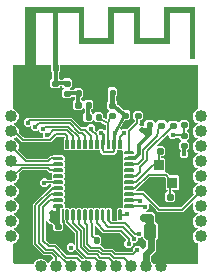
<source format=gbr>
G04 EAGLE Gerber RS-274X export*
G75*
%MOMM*%
%FSLAX34Y34*%
%LPD*%
%INTop Copper*%
%IPPOS*%
%AMOC8*
5,1,8,0,0,1.08239X$1,22.5*%
G01*
%ADD10C,0.280800*%
%ADD11C,0.500000*%
%ADD12C,0.270000*%
%ADD13C,1.016000*%
%ADD14C,0.150000*%
%ADD15R,4.000000X4.000000*%
%ADD16R,0.850000X0.950000*%
%ADD17R,0.900000X0.500000*%
%ADD18R,0.500000X0.500000*%
%ADD19C,0.450000*%
%ADD20C,0.254000*%
%ADD21C,0.503200*%
%ADD22C,0.304800*%
%ADD23C,0.609600*%
%ADD24C,0.508000*%
%ADD25C,0.152400*%
%ADD26C,0.200000*%
%ADD27C,0.406400*%
%ADD28C,0.403200*%

G36*
X146081Y50307D02*
X146081Y50307D01*
X146172Y50315D01*
X146201Y50327D01*
X146233Y50332D01*
X146314Y50375D01*
X146398Y50411D01*
X146430Y50437D01*
X146451Y50448D01*
X146473Y50471D01*
X146529Y50516D01*
X156536Y60522D01*
X156604Y60617D01*
X156674Y60711D01*
X156676Y60717D01*
X156679Y60722D01*
X156714Y60834D01*
X156750Y60945D01*
X156750Y60951D01*
X156752Y60957D01*
X156749Y61074D01*
X156747Y61191D01*
X156745Y61198D01*
X156745Y61203D01*
X156739Y61221D01*
X156701Y61352D01*
X156247Y62447D01*
X156247Y64973D01*
X157214Y67307D01*
X159001Y69094D01*
X159635Y69357D01*
X159696Y69394D01*
X159762Y69424D01*
X159800Y69459D01*
X159844Y69486D01*
X159890Y69542D01*
X159943Y69590D01*
X159968Y69636D01*
X160001Y69676D01*
X160027Y69743D01*
X160061Y69806D01*
X160070Y69857D01*
X160089Y69905D01*
X160092Y69977D01*
X160105Y70048D01*
X160097Y70099D01*
X160100Y70151D01*
X160080Y70220D01*
X160069Y70291D01*
X160046Y70337D01*
X160031Y70387D01*
X159990Y70446D01*
X159958Y70510D01*
X159920Y70547D01*
X159891Y70589D01*
X159833Y70632D01*
X159782Y70682D01*
X159719Y70717D01*
X159693Y70736D01*
X159671Y70744D01*
X159635Y70763D01*
X159001Y71026D01*
X157214Y72813D01*
X156247Y75147D01*
X156247Y77673D01*
X157214Y80007D01*
X159001Y81794D01*
X159635Y82057D01*
X159696Y82094D01*
X159762Y82124D01*
X159800Y82159D01*
X159844Y82186D01*
X159890Y82242D01*
X159943Y82290D01*
X159968Y82336D01*
X160001Y82376D01*
X160027Y82443D01*
X160061Y82506D01*
X160070Y82557D01*
X160089Y82605D01*
X160092Y82677D01*
X160105Y82748D01*
X160097Y82799D01*
X160100Y82851D01*
X160080Y82920D01*
X160069Y82991D01*
X160046Y83037D01*
X160031Y83087D01*
X159990Y83146D01*
X159958Y83210D01*
X159920Y83247D01*
X159891Y83289D01*
X159833Y83332D01*
X159782Y83382D01*
X159719Y83417D01*
X159693Y83436D01*
X159671Y83443D01*
X159635Y83463D01*
X159001Y83726D01*
X157214Y85513D01*
X156247Y87847D01*
X156247Y90373D01*
X157214Y92707D01*
X159001Y94494D01*
X159635Y94757D01*
X159696Y94794D01*
X159762Y94824D01*
X159800Y94859D01*
X159844Y94886D01*
X159890Y94942D01*
X159943Y94990D01*
X159968Y95036D01*
X160001Y95076D01*
X160027Y95143D01*
X160061Y95206D01*
X160070Y95257D01*
X160089Y95305D01*
X160092Y95377D01*
X160105Y95448D01*
X160097Y95499D01*
X160100Y95551D01*
X160080Y95620D01*
X160069Y95691D01*
X160046Y95737D01*
X160031Y95787D01*
X159990Y95846D01*
X159958Y95910D01*
X159920Y95947D01*
X159891Y95989D01*
X159833Y96032D01*
X159782Y96082D01*
X159719Y96117D01*
X159693Y96136D01*
X159671Y96143D01*
X159635Y96163D01*
X159001Y96426D01*
X157214Y98213D01*
X156247Y100547D01*
X156247Y103073D01*
X157214Y105407D01*
X159001Y107194D01*
X159635Y107457D01*
X159696Y107494D01*
X159762Y107524D01*
X159800Y107559D01*
X159844Y107586D01*
X159890Y107642D01*
X159943Y107690D01*
X159968Y107736D01*
X160001Y107776D01*
X160027Y107843D01*
X160061Y107906D01*
X160070Y107957D01*
X160089Y108005D01*
X160092Y108077D01*
X160105Y108148D01*
X160097Y108199D01*
X160100Y108251D01*
X160080Y108320D01*
X160069Y108391D01*
X160046Y108437D01*
X160031Y108487D01*
X159990Y108546D01*
X159958Y108610D01*
X159920Y108647D01*
X159891Y108689D01*
X159833Y108732D01*
X159782Y108782D01*
X159719Y108817D01*
X159693Y108836D01*
X159671Y108843D01*
X159635Y108863D01*
X159001Y109126D01*
X157214Y110913D01*
X156247Y113247D01*
X156247Y115773D01*
X157214Y118107D01*
X159001Y119894D01*
X159635Y120157D01*
X159696Y120194D01*
X159762Y120224D01*
X159800Y120259D01*
X159844Y120286D01*
X159890Y120342D01*
X159943Y120390D01*
X159968Y120436D01*
X160001Y120476D01*
X160027Y120543D01*
X160061Y120606D01*
X160070Y120657D01*
X160089Y120705D01*
X160092Y120777D01*
X160105Y120848D01*
X160097Y120899D01*
X160100Y120951D01*
X160080Y121020D01*
X160069Y121091D01*
X160046Y121137D01*
X160031Y121187D01*
X159990Y121246D01*
X159958Y121310D01*
X159920Y121347D01*
X159891Y121389D01*
X159833Y121432D01*
X159782Y121482D01*
X159719Y121517D01*
X159693Y121536D01*
X159671Y121543D01*
X159635Y121563D01*
X159001Y121826D01*
X157214Y123613D01*
X156247Y125947D01*
X156247Y128473D01*
X157214Y130807D01*
X159001Y132594D01*
X160108Y133053D01*
X160208Y133114D01*
X160308Y133174D01*
X160312Y133179D01*
X160317Y133182D01*
X160392Y133272D01*
X160468Y133361D01*
X160470Y133367D01*
X160474Y133372D01*
X160516Y133480D01*
X160560Y133589D01*
X160561Y133597D01*
X160562Y133601D01*
X160563Y133620D01*
X160578Y133756D01*
X160578Y169949D01*
X160575Y169969D01*
X160577Y169988D01*
X160555Y170090D01*
X160539Y170192D01*
X160529Y170209D01*
X160525Y170229D01*
X160472Y170318D01*
X160423Y170409D01*
X160409Y170423D01*
X160399Y170440D01*
X160320Y170507D01*
X160245Y170579D01*
X160227Y170587D01*
X160212Y170600D01*
X160116Y170639D01*
X160022Y170682D01*
X160002Y170684D01*
X159984Y170692D01*
X159817Y170710D01*
X44344Y170710D01*
X44325Y170707D01*
X44305Y170709D01*
X44204Y170687D01*
X44102Y170670D01*
X44084Y170661D01*
X44065Y170657D01*
X43976Y170604D01*
X43884Y170555D01*
X43871Y170541D01*
X43853Y170531D01*
X43786Y170452D01*
X43715Y170377D01*
X43706Y170359D01*
X43694Y170344D01*
X43655Y170248D01*
X43611Y170154D01*
X43609Y170134D01*
X43602Y170116D01*
X43583Y169949D01*
X43583Y165363D01*
X42830Y164610D01*
X42777Y164536D01*
X42718Y164466D01*
X42705Y164436D01*
X42687Y164410D01*
X42660Y164323D01*
X42626Y164238D01*
X42621Y164197D01*
X42614Y164175D01*
X42615Y164143D01*
X42607Y164071D01*
X42607Y159276D01*
X42622Y159186D01*
X42629Y159095D01*
X42642Y159065D01*
X42647Y159033D01*
X42690Y158952D01*
X42725Y158868D01*
X42751Y158836D01*
X42762Y158816D01*
X42785Y158793D01*
X42830Y158737D01*
X43215Y158353D01*
X43289Y158300D01*
X43358Y158240D01*
X43388Y158228D01*
X43415Y158209D01*
X43501Y158182D01*
X43586Y158148D01*
X43627Y158144D01*
X43650Y158137D01*
X43682Y158138D01*
X43753Y158130D01*
X45260Y158130D01*
X45350Y158144D01*
X45441Y158152D01*
X45471Y158164D01*
X45503Y158169D01*
X45584Y158212D01*
X45667Y158248D01*
X45700Y158274D01*
X45720Y158285D01*
X45742Y158308D01*
X45798Y158353D01*
X46674Y159229D01*
X52146Y159229D01*
X53681Y157694D01*
X53681Y152822D01*
X52335Y151476D01*
X52323Y151460D01*
X52307Y151448D01*
X52251Y151360D01*
X52191Y151277D01*
X52185Y151258D01*
X52174Y151241D01*
X52149Y151140D01*
X52119Y151041D01*
X52119Y151022D01*
X52114Y151002D01*
X52122Y150899D01*
X52125Y150796D01*
X52132Y150777D01*
X52133Y150757D01*
X52174Y150662D01*
X52209Y150565D01*
X52222Y150549D01*
X52230Y150531D01*
X52335Y150400D01*
X53099Y149636D01*
X53172Y149583D01*
X53242Y149523D01*
X53272Y149511D01*
X53298Y149492D01*
X53385Y149465D01*
X53470Y149431D01*
X53511Y149427D01*
X53533Y149420D01*
X53566Y149421D01*
X53637Y149413D01*
X54450Y149413D01*
X54540Y149427D01*
X54631Y149435D01*
X54661Y149447D01*
X54693Y149452D01*
X54773Y149495D01*
X54857Y149531D01*
X54889Y149557D01*
X54910Y149568D01*
X54932Y149591D01*
X54988Y149636D01*
X56626Y151273D01*
X61434Y151273D01*
X63001Y149707D01*
X63001Y144299D01*
X61917Y143215D01*
X61863Y143141D01*
X61804Y143071D01*
X61792Y143041D01*
X61773Y143015D01*
X61746Y142928D01*
X61712Y142843D01*
X61708Y142802D01*
X61701Y142780D01*
X61702Y142748D01*
X61694Y142676D01*
X61694Y141314D01*
X61708Y141225D01*
X61715Y141133D01*
X61728Y141104D01*
X61733Y141072D01*
X61776Y140991D01*
X61812Y140907D01*
X61838Y140875D01*
X61848Y140854D01*
X61872Y140832D01*
X61917Y140776D01*
X62681Y140012D01*
X62697Y140001D01*
X62709Y139985D01*
X62796Y139929D01*
X62880Y139869D01*
X62899Y139863D01*
X62916Y139852D01*
X63017Y139827D01*
X63115Y139796D01*
X63135Y139797D01*
X63155Y139792D01*
X63258Y139800D01*
X63361Y139803D01*
X63380Y139809D01*
X63400Y139811D01*
X63495Y139851D01*
X63592Y139887D01*
X63608Y139900D01*
X63626Y139907D01*
X63757Y140012D01*
X65103Y141358D01*
X69974Y141358D01*
X71510Y139823D01*
X71510Y134352D01*
X70473Y133315D01*
X70420Y133241D01*
X70360Y133172D01*
X70348Y133142D01*
X70329Y133115D01*
X70302Y133028D01*
X70268Y132944D01*
X70264Y132903D01*
X70257Y132880D01*
X70258Y132848D01*
X70250Y132777D01*
X70250Y130814D01*
X70264Y130724D01*
X70272Y130633D01*
X70284Y130603D01*
X70289Y130571D01*
X70332Y130491D01*
X70368Y130407D01*
X70394Y130375D01*
X70405Y130354D01*
X70428Y130332D01*
X70473Y130276D01*
X71217Y129532D01*
X71233Y129520D01*
X71245Y129505D01*
X71332Y129449D01*
X71416Y129388D01*
X71436Y129383D01*
X71452Y129372D01*
X71553Y129346D01*
X71652Y129316D01*
X71671Y129317D01*
X71691Y129312D01*
X71794Y129320D01*
X71897Y129322D01*
X71916Y129329D01*
X71936Y129331D01*
X72031Y129371D01*
X72128Y129407D01*
X72144Y129419D01*
X72162Y129427D01*
X72293Y129532D01*
X73651Y130890D01*
X78459Y130890D01*
X80026Y129323D01*
X80026Y126402D01*
X80041Y126310D01*
X80049Y126216D01*
X80061Y126189D01*
X80065Y126160D01*
X80109Y126077D01*
X80147Y125990D01*
X80167Y125968D01*
X80181Y125942D01*
X80249Y125878D01*
X80312Y125808D01*
X80343Y125788D01*
X80359Y125773D01*
X80389Y125759D01*
X80454Y125718D01*
X82447Y124747D01*
X82508Y124729D01*
X82565Y124701D01*
X82625Y124694D01*
X82683Y124676D01*
X82746Y124678D01*
X82809Y124671D01*
X82868Y124682D01*
X82929Y124685D01*
X82988Y124707D01*
X83050Y124719D01*
X83102Y124749D01*
X83159Y124771D01*
X83208Y124811D01*
X83263Y124842D01*
X83303Y124888D01*
X83350Y124926D01*
X83384Y124979D01*
X83425Y125027D01*
X83464Y125106D01*
X83481Y125134D01*
X83485Y125151D01*
X83498Y125178D01*
X83633Y125560D01*
X83641Y125604D01*
X83658Y125646D01*
X83673Y125785D01*
X83676Y125802D01*
X83676Y125806D01*
X83676Y125813D01*
X83676Y130389D01*
X85022Y131735D01*
X85034Y131751D01*
X85050Y131763D01*
X85106Y131851D01*
X85166Y131934D01*
X85172Y131953D01*
X85183Y131970D01*
X85208Y132071D01*
X85238Y132170D01*
X85238Y132189D01*
X85243Y132209D01*
X85235Y132312D01*
X85232Y132415D01*
X85225Y132434D01*
X85224Y132454D01*
X85183Y132549D01*
X85148Y132646D01*
X85135Y132662D01*
X85127Y132680D01*
X85022Y132811D01*
X83676Y134157D01*
X83676Y139029D01*
X84421Y139774D01*
X84474Y139848D01*
X84534Y139917D01*
X84546Y139947D01*
X84565Y139973D01*
X84592Y140060D01*
X84626Y140145D01*
X84630Y140186D01*
X84637Y140208D01*
X84636Y140241D01*
X84644Y140312D01*
X84644Y143625D01*
X84630Y143715D01*
X84622Y143806D01*
X84610Y143836D01*
X84605Y143868D01*
X84562Y143948D01*
X84526Y144032D01*
X84500Y144064D01*
X84489Y144085D01*
X84466Y144107D01*
X84421Y144163D01*
X83969Y144615D01*
X83969Y150086D01*
X85504Y151622D01*
X90375Y151622D01*
X91910Y150086D01*
X91910Y144615D01*
X91473Y144178D01*
X91419Y144104D01*
X91360Y144034D01*
X91348Y144004D01*
X91329Y143978D01*
X91302Y143891D01*
X91268Y143806D01*
X91264Y143765D01*
X91257Y143743D01*
X91258Y143711D01*
X91250Y143639D01*
X91250Y140312D01*
X91264Y140222D01*
X91272Y140131D01*
X91284Y140101D01*
X91289Y140069D01*
X91332Y139988D01*
X91368Y139905D01*
X91394Y139872D01*
X91405Y139852D01*
X91428Y139830D01*
X91473Y139774D01*
X92218Y139029D01*
X92218Y137231D01*
X92221Y137212D01*
X92219Y137193D01*
X92241Y137091D01*
X92257Y136988D01*
X92266Y136971D01*
X92271Y136952D01*
X92324Y136862D01*
X92373Y136771D01*
X92386Y136757D01*
X92396Y136741D01*
X92518Y136625D01*
X98174Y132317D01*
X98210Y132298D01*
X98241Y132272D01*
X98318Y132241D01*
X98392Y132202D01*
X98431Y132195D01*
X98469Y132180D01*
X98632Y132162D01*
X98634Y132162D01*
X98635Y132162D01*
X98636Y132162D01*
X101716Y132162D01*
X103251Y130627D01*
X103251Y125755D01*
X101716Y124220D01*
X99311Y124220D01*
X99246Y124210D01*
X99179Y124209D01*
X99125Y124190D01*
X99069Y124181D01*
X99010Y124149D01*
X98947Y124127D01*
X98902Y124092D01*
X98851Y124065D01*
X98805Y124017D01*
X98753Y123976D01*
X98705Y123911D01*
X98682Y123887D01*
X98673Y123869D01*
X98653Y123841D01*
X94697Y117033D01*
X94688Y117009D01*
X94673Y116989D01*
X94644Y116895D01*
X94609Y116803D01*
X94608Y116778D01*
X94601Y116754D01*
X94603Y116656D01*
X94599Y116557D01*
X94606Y116533D01*
X94607Y116508D01*
X94641Y116416D01*
X94668Y116321D01*
X94683Y116301D01*
X94692Y116277D01*
X94753Y116200D01*
X94809Y116120D01*
X94829Y116105D01*
X94845Y116085D01*
X94928Y116032D01*
X95007Y115973D01*
X95031Y115966D01*
X95052Y115952D01*
X95148Y115928D01*
X95241Y115898D01*
X95266Y115898D01*
X95291Y115892D01*
X95389Y115900D01*
X95487Y115901D01*
X95511Y115909D01*
X95536Y115911D01*
X95626Y115950D01*
X95719Y115982D01*
X95739Y115998D01*
X95762Y116007D01*
X95893Y116112D01*
X96332Y116551D01*
X99248Y116551D01*
X99574Y116225D01*
X99590Y116214D01*
X99603Y116198D01*
X99690Y116142D01*
X99774Y116082D01*
X99793Y116076D01*
X99809Y116065D01*
X99910Y116040D01*
X100009Y116009D01*
X100029Y116010D01*
X100048Y116005D01*
X100151Y116013D01*
X100255Y116016D01*
X100273Y116023D01*
X100293Y116024D01*
X100388Y116064D01*
X100486Y116100D01*
X100501Y116113D01*
X100519Y116120D01*
X100650Y116225D01*
X106942Y122517D01*
X106954Y122533D01*
X106969Y122545D01*
X107025Y122633D01*
X107086Y122716D01*
X107091Y122735D01*
X107102Y122752D01*
X107127Y122853D01*
X107158Y122952D01*
X107157Y122971D01*
X107162Y122991D01*
X107154Y123094D01*
X107152Y123197D01*
X107145Y123216D01*
X107143Y123236D01*
X107103Y123331D01*
X107067Y123428D01*
X107055Y123444D01*
X107047Y123462D01*
X106942Y123593D01*
X105169Y125366D01*
X105169Y130174D01*
X106736Y131741D01*
X112144Y131741D01*
X113710Y130174D01*
X113710Y125366D01*
X112144Y123800D01*
X112014Y123800D01*
X111994Y123796D01*
X111975Y123799D01*
X111873Y123777D01*
X111771Y123760D01*
X111754Y123751D01*
X111734Y123746D01*
X111645Y123693D01*
X111554Y123645D01*
X111540Y123630D01*
X111523Y123620D01*
X111456Y123541D01*
X111384Y123466D01*
X111376Y123448D01*
X111363Y123433D01*
X111324Y123337D01*
X111281Y123243D01*
X111279Y123224D01*
X111271Y123205D01*
X111253Y123038D01*
X111253Y121078D01*
X110831Y120656D01*
X110789Y120598D01*
X110740Y120546D01*
X110718Y120499D01*
X110687Y120457D01*
X110666Y120388D01*
X110636Y120323D01*
X110630Y120271D01*
X110615Y120221D01*
X110617Y120150D01*
X110609Y120079D01*
X110620Y120028D01*
X110621Y119976D01*
X110646Y119908D01*
X110661Y119838D01*
X110688Y119793D01*
X110706Y119745D01*
X110751Y119689D01*
X110787Y119627D01*
X110827Y119593D01*
X110860Y119553D01*
X110920Y119514D01*
X110974Y119467D01*
X111023Y119448D01*
X111067Y119420D01*
X111136Y119402D01*
X111203Y119375D01*
X111274Y119367D01*
X111305Y119359D01*
X111328Y119361D01*
X111369Y119357D01*
X114348Y119357D01*
X114368Y119360D01*
X114387Y119358D01*
X114489Y119380D01*
X114591Y119396D01*
X114608Y119406D01*
X114628Y119410D01*
X114717Y119463D01*
X114808Y119512D01*
X114822Y119526D01*
X114839Y119536D01*
X114906Y119615D01*
X114978Y119690D01*
X114986Y119708D01*
X114999Y119723D01*
X115038Y119819D01*
X115081Y119913D01*
X115083Y119933D01*
X115091Y119951D01*
X115109Y120118D01*
X115109Y122564D01*
X116676Y124131D01*
X122084Y124131D01*
X123651Y122564D01*
X123651Y122484D01*
X123662Y122413D01*
X123664Y122342D01*
X123682Y122293D01*
X123690Y122241D01*
X123724Y122178D01*
X123749Y122111D01*
X123781Y122070D01*
X123806Y122024D01*
X123858Y121975D01*
X123902Y121919D01*
X123946Y121891D01*
X123984Y121855D01*
X124049Y121824D01*
X124109Y121786D01*
X124160Y121773D01*
X124207Y121751D01*
X124278Y121743D01*
X124348Y121726D01*
X124400Y121730D01*
X124451Y121724D01*
X124522Y121739D01*
X124593Y121745D01*
X124641Y121765D01*
X124692Y121776D01*
X124753Y121813D01*
X124819Y121841D01*
X124875Y121886D01*
X124903Y121902D01*
X124918Y121920D01*
X124950Y121946D01*
X126716Y123712D01*
X132124Y123712D01*
X133763Y122073D01*
X133779Y122061D01*
X133791Y122046D01*
X133871Y121994D01*
X133877Y121989D01*
X133881Y121988D01*
X133962Y121929D01*
X133981Y121924D01*
X133998Y121913D01*
X134099Y121887D01*
X134198Y121857D01*
X134217Y121858D01*
X134237Y121853D01*
X134340Y121861D01*
X134443Y121863D01*
X134462Y121870D01*
X134482Y121872D01*
X134577Y121912D01*
X134674Y121948D01*
X134690Y121960D01*
X134708Y121968D01*
X134839Y122073D01*
X136341Y123575D01*
X141749Y123575D01*
X143144Y122180D01*
X143160Y122168D01*
X143172Y122153D01*
X143259Y122097D01*
X143343Y122036D01*
X143362Y122031D01*
X143379Y122020D01*
X143480Y121995D01*
X143578Y121964D01*
X143598Y121965D01*
X143618Y121960D01*
X143721Y121968D01*
X143824Y121970D01*
X143843Y121977D01*
X143863Y121979D01*
X143958Y122019D01*
X144055Y122055D01*
X144071Y122067D01*
X144089Y122075D01*
X144220Y122180D01*
X146004Y123964D01*
X151412Y123964D01*
X152979Y122397D01*
X152979Y117590D01*
X151355Y115966D01*
X151344Y115950D01*
X151328Y115937D01*
X151272Y115850D01*
X151212Y115766D01*
X151206Y115747D01*
X151195Y115730D01*
X151170Y115630D01*
X151139Y115531D01*
X151140Y115511D01*
X151135Y115492D01*
X151143Y115389D01*
X151146Y115285D01*
X151153Y115266D01*
X151154Y115247D01*
X151195Y115152D01*
X151230Y115054D01*
X151243Y115039D01*
X151250Y115020D01*
X151355Y114889D01*
X152861Y113384D01*
X152861Y108576D01*
X151503Y107218D01*
X151491Y107202D01*
X151476Y107190D01*
X151420Y107102D01*
X151359Y107019D01*
X151354Y107000D01*
X151343Y106983D01*
X151317Y106882D01*
X151287Y106783D01*
X151288Y106764D01*
X151283Y106744D01*
X151291Y106641D01*
X151293Y106538D01*
X151300Y106519D01*
X151302Y106499D01*
X151342Y106404D01*
X151378Y106307D01*
X151390Y106291D01*
X151398Y106273D01*
X151484Y106165D01*
X151485Y106163D01*
X151487Y106162D01*
X151503Y106142D01*
X152861Y104784D01*
X152861Y99976D01*
X151608Y98723D01*
X151555Y98649D01*
X151495Y98580D01*
X151483Y98549D01*
X151464Y98523D01*
X151437Y98436D01*
X151403Y98351D01*
X151399Y98311D01*
X151392Y98288D01*
X151393Y98256D01*
X151385Y98185D01*
X151385Y97750D01*
X151399Y97660D01*
X151407Y97569D01*
X151419Y97539D01*
X151424Y97507D01*
X151467Y97426D01*
X151503Y97342D01*
X151529Y97310D01*
X151540Y97290D01*
X151563Y97267D01*
X151608Y97211D01*
X152111Y96708D01*
X152111Y93792D01*
X150048Y91729D01*
X147132Y91729D01*
X145069Y93792D01*
X145069Y96708D01*
X145572Y97211D01*
X145625Y97285D01*
X145685Y97355D01*
X145697Y97385D01*
X145716Y97411D01*
X145743Y97498D01*
X145777Y97583D01*
X145781Y97624D01*
X145788Y97646D01*
X145787Y97678D01*
X145795Y97750D01*
X145795Y98185D01*
X145781Y98275D01*
X145773Y98366D01*
X145761Y98396D01*
X145756Y98428D01*
X145713Y98508D01*
X145677Y98592D01*
X145651Y98624D01*
X145640Y98645D01*
X145617Y98667D01*
X145572Y98723D01*
X144319Y99976D01*
X144319Y104784D01*
X145677Y106142D01*
X145689Y106158D01*
X145704Y106170D01*
X145735Y106218D01*
X145742Y106226D01*
X145748Y106239D01*
X145760Y106258D01*
X145821Y106341D01*
X145826Y106360D01*
X145837Y106377D01*
X145863Y106478D01*
X145893Y106577D01*
X145892Y106596D01*
X145897Y106616D01*
X145889Y106719D01*
X145887Y106822D01*
X145880Y106841D01*
X145878Y106861D01*
X145838Y106956D01*
X145802Y107053D01*
X145790Y107069D01*
X145782Y107087D01*
X145677Y107218D01*
X144141Y108754D01*
X144140Y108756D01*
X144134Y108761D01*
X144096Y108799D01*
X144058Y108826D01*
X143986Y108895D01*
X143968Y108903D01*
X143953Y108916D01*
X143908Y108934D01*
X143897Y108943D01*
X143859Y108954D01*
X143857Y108955D01*
X143763Y108999D01*
X143743Y109001D01*
X143725Y109008D01*
X143558Y109027D01*
X142261Y109027D01*
X142171Y109012D01*
X142080Y109005D01*
X142050Y108992D01*
X142018Y108987D01*
X141938Y108944D01*
X141854Y108909D01*
X141822Y108883D01*
X141801Y108872D01*
X141779Y108849D01*
X141723Y108804D01*
X140458Y107539D01*
X137541Y107539D01*
X135479Y109601D01*
X135479Y110565D01*
X135467Y110636D01*
X135465Y110708D01*
X135448Y110757D01*
X135439Y110808D01*
X135406Y110871D01*
X135381Y110939D01*
X135348Y110979D01*
X135324Y111025D01*
X135272Y111075D01*
X135227Y111131D01*
X135183Y111159D01*
X135146Y111195D01*
X135081Y111225D01*
X135020Y111264D01*
X134970Y111276D01*
X134923Y111298D01*
X134851Y111306D01*
X134782Y111324D01*
X134730Y111320D01*
X134678Y111325D01*
X134608Y111310D01*
X134537Y111305D01*
X134489Y111284D01*
X134438Y111273D01*
X134376Y111236D01*
X134310Y111208D01*
X134254Y111164D01*
X134227Y111147D01*
X134211Y111129D01*
X134179Y111104D01*
X126221Y103146D01*
X126180Y103088D01*
X126130Y103035D01*
X126108Y102988D01*
X126078Y102946D01*
X126057Y102878D01*
X126027Y102812D01*
X126021Y102761D01*
X126006Y102711D01*
X126007Y102639D01*
X126000Y102568D01*
X126011Y102517D01*
X126012Y102465D01*
X126037Y102398D01*
X126052Y102328D01*
X126078Y102283D01*
X126096Y102234D01*
X126141Y102178D01*
X126178Y102116D01*
X126218Y102083D01*
X126250Y102042D01*
X126310Y102003D01*
X126365Y101957D01*
X126413Y101937D01*
X126457Y101909D01*
X126526Y101891D01*
X126593Y101865D01*
X126664Y101857D01*
X126696Y101849D01*
X126719Y101851D01*
X126760Y101846D01*
X130700Y101846D01*
X132235Y100311D01*
X132235Y94840D01*
X130700Y93305D01*
X129864Y93305D01*
X129844Y93301D01*
X129824Y93304D01*
X129723Y93282D01*
X129621Y93265D01*
X129603Y93256D01*
X129584Y93251D01*
X129495Y93198D01*
X129404Y93150D01*
X129390Y93135D01*
X129373Y93125D01*
X129305Y93047D01*
X129234Y92972D01*
X129226Y92953D01*
X129213Y92938D01*
X129174Y92842D01*
X129131Y92748D01*
X129128Y92729D01*
X129121Y92710D01*
X129102Y92543D01*
X129102Y92366D01*
X129106Y92346D01*
X129103Y92326D01*
X129125Y92225D01*
X129142Y92123D01*
X129151Y92106D01*
X129156Y92086D01*
X129209Y91997D01*
X129257Y91906D01*
X129272Y91892D01*
X129282Y91875D01*
X129361Y91808D01*
X129436Y91736D01*
X129454Y91728D01*
X129469Y91715D01*
X129565Y91676D01*
X129659Y91633D01*
X129678Y91631D01*
X129697Y91623D01*
X129864Y91605D01*
X131846Y91605D01*
X132590Y90860D01*
X132590Y80627D01*
X132605Y80537D01*
X132612Y80446D01*
X132625Y80416D01*
X132630Y80384D01*
X132673Y80303D01*
X132709Y80220D01*
X132734Y80187D01*
X132745Y80167D01*
X132769Y80145D01*
X132813Y80089D01*
X133176Y79726D01*
X133250Y79673D01*
X133320Y79613D01*
X133350Y79601D01*
X133376Y79582D01*
X133463Y79555D01*
X133548Y79521D01*
X133589Y79517D01*
X133611Y79510D01*
X133643Y79511D01*
X133715Y79503D01*
X134235Y79503D01*
X134282Y79469D01*
X134333Y79453D01*
X134371Y79433D01*
X134835Y78865D01*
X134855Y78847D01*
X134886Y78808D01*
X135413Y78282D01*
X135422Y78224D01*
X135447Y78177D01*
X135463Y78126D01*
X135524Y78032D01*
X135538Y78006D01*
X135545Y77999D01*
X135555Y77985D01*
X136046Y77384D01*
X136050Y77380D01*
X136053Y77375D01*
X136142Y77299D01*
X136230Y77221D01*
X136235Y77219D01*
X136240Y77215D01*
X136349Y77171D01*
X136457Y77126D01*
X136463Y77125D01*
X136468Y77123D01*
X136635Y77105D01*
X143346Y77105D01*
X144090Y76360D01*
X144090Y65808D01*
X143346Y65063D01*
X139564Y65063D01*
X139544Y65060D01*
X139524Y65062D01*
X139423Y65040D01*
X139321Y65023D01*
X139303Y65014D01*
X139284Y65010D01*
X139195Y64957D01*
X139104Y64908D01*
X139090Y64894D01*
X139073Y64884D01*
X139006Y64805D01*
X138934Y64730D01*
X138926Y64712D01*
X138913Y64697D01*
X138874Y64601D01*
X138831Y64507D01*
X138828Y64487D01*
X138821Y64469D01*
X138803Y64302D01*
X138803Y64059D01*
X138817Y63969D01*
X138824Y63878D01*
X138837Y63848D01*
X138842Y63816D01*
X138885Y63736D01*
X138921Y63652D01*
X138946Y63620D01*
X138957Y63599D01*
X138981Y63577D01*
X139026Y63521D01*
X140741Y61806D01*
X140741Y56335D01*
X139205Y54799D01*
X134334Y54799D01*
X132799Y56335D01*
X132799Y61806D01*
X134514Y63521D01*
X134561Y63587D01*
X134570Y63596D01*
X134573Y63601D01*
X134627Y63664D01*
X134639Y63694D01*
X134658Y63721D01*
X134684Y63807D01*
X134719Y63892D01*
X134723Y63933D01*
X134730Y63956D01*
X134729Y63988D01*
X134737Y64059D01*
X134737Y64302D01*
X134734Y64322D01*
X134736Y64341D01*
X134714Y64443D01*
X134697Y64545D01*
X134688Y64562D01*
X134684Y64582D01*
X134631Y64671D01*
X134582Y64762D01*
X134568Y64776D01*
X134558Y64793D01*
X134479Y64860D01*
X134404Y64931D01*
X134386Y64940D01*
X134371Y64953D01*
X134274Y64992D01*
X134181Y65035D01*
X134161Y65037D01*
X134143Y65045D01*
X133976Y65063D01*
X133793Y65063D01*
X133049Y65808D01*
X133049Y74355D01*
X133040Y74407D01*
X133042Y74461D01*
X133021Y74528D01*
X133009Y74598D01*
X132984Y74645D01*
X132968Y74696D01*
X132908Y74790D01*
X132894Y74815D01*
X132886Y74822D01*
X132877Y74837D01*
X132615Y75158D01*
X132610Y75162D01*
X132607Y75167D01*
X132518Y75243D01*
X132430Y75321D01*
X132425Y75323D01*
X132420Y75327D01*
X132310Y75371D01*
X132204Y75416D01*
X132197Y75417D01*
X132192Y75419D01*
X132025Y75437D01*
X131715Y75437D01*
X131542Y75610D01*
X131468Y75663D01*
X131399Y75723D01*
X131369Y75735D01*
X131343Y75754D01*
X131256Y75780D01*
X131171Y75815D01*
X131130Y75819D01*
X131108Y75826D01*
X131075Y75825D01*
X131004Y75833D01*
X119805Y75833D01*
X119714Y75818D01*
X119624Y75811D01*
X119594Y75799D01*
X119562Y75793D01*
X119481Y75751D01*
X119397Y75715D01*
X119365Y75689D01*
X119344Y75678D01*
X119322Y75655D01*
X119266Y75610D01*
X108468Y64812D01*
X108427Y64754D01*
X108377Y64702D01*
X108355Y64655D01*
X108325Y64613D01*
X108304Y64544D01*
X108274Y64479D01*
X108268Y64427D01*
X108252Y64377D01*
X108254Y64306D01*
X108246Y64235D01*
X108257Y64184D01*
X108259Y64132D01*
X108283Y64064D01*
X108299Y63994D01*
X108325Y63950D01*
X108343Y63901D01*
X108388Y63845D01*
X108425Y63783D01*
X108464Y63749D01*
X108497Y63709D01*
X108557Y63670D01*
X108612Y63623D01*
X108660Y63604D01*
X108704Y63576D01*
X108773Y63558D01*
X108840Y63531D01*
X108911Y63523D01*
X108942Y63515D01*
X108966Y63517D01*
X109007Y63513D01*
X115142Y63513D01*
X128139Y50516D01*
X128213Y50463D01*
X128282Y50403D01*
X128313Y50391D01*
X128339Y50372D01*
X128426Y50345D01*
X128511Y50311D01*
X128552Y50307D01*
X128574Y50300D01*
X128606Y50301D01*
X128677Y50293D01*
X145991Y50293D01*
X146081Y50307D01*
G37*
G36*
X28884Y109162D02*
X28884Y109162D01*
X28956Y109164D01*
X29005Y109181D01*
X29056Y109190D01*
X29119Y109223D01*
X29187Y109248D01*
X29227Y109281D01*
X29273Y109305D01*
X29323Y109357D01*
X29379Y109402D01*
X29407Y109445D01*
X29443Y109483D01*
X29473Y109548D01*
X29512Y109609D01*
X29524Y109659D01*
X29546Y109706D01*
X29554Y109778D01*
X29572Y109847D01*
X29568Y109899D01*
X29573Y109951D01*
X29558Y110021D01*
X29552Y110092D01*
X29532Y110140D01*
X29521Y110191D01*
X29499Y110228D01*
X29499Y112558D01*
X29496Y112578D01*
X29498Y112597D01*
X29476Y112699D01*
X29460Y112801D01*
X29450Y112818D01*
X29446Y112838D01*
X29393Y112927D01*
X29344Y113018D01*
X29330Y113032D01*
X29320Y113049D01*
X29241Y113116D01*
X29166Y113188D01*
X29148Y113196D01*
X29133Y113209D01*
X29037Y113248D01*
X28943Y113291D01*
X28923Y113293D01*
X28905Y113301D01*
X28738Y113319D01*
X27752Y113319D01*
X25938Y115133D01*
X25922Y115144D01*
X25910Y115160D01*
X25822Y115216D01*
X25739Y115276D01*
X25720Y115282D01*
X25703Y115293D01*
X25602Y115318D01*
X25503Y115349D01*
X25484Y115348D01*
X25464Y115353D01*
X25361Y115345D01*
X25258Y115342D01*
X25239Y115335D01*
X25219Y115334D01*
X25124Y115293D01*
X25027Y115258D01*
X25011Y115245D01*
X24993Y115237D01*
X24862Y115133D01*
X24318Y114589D01*
X21402Y114589D01*
X19339Y116652D01*
X19339Y117932D01*
X19328Y118003D01*
X19326Y118075D01*
X19308Y118124D01*
X19300Y118175D01*
X19266Y118238D01*
X19241Y118306D01*
X19209Y118347D01*
X19184Y118393D01*
X19133Y118442D01*
X19088Y118498D01*
X19044Y118526D01*
X19006Y118562D01*
X18941Y118592D01*
X18881Y118631D01*
X18830Y118644D01*
X18783Y118666D01*
X18712Y118673D01*
X18642Y118691D01*
X18590Y118687D01*
X18539Y118693D01*
X18468Y118677D01*
X18397Y118672D01*
X18349Y118651D01*
X18298Y118640D01*
X18237Y118604D01*
X18171Y118575D01*
X18115Y118531D01*
X18087Y118514D01*
X18072Y118496D01*
X18040Y118471D01*
X17968Y118399D01*
X15052Y118399D01*
X12989Y120462D01*
X12989Y123378D01*
X15052Y125441D01*
X16841Y125441D01*
X16931Y125455D01*
X17022Y125463D01*
X17051Y125475D01*
X17083Y125480D01*
X17164Y125523D01*
X17248Y125559D01*
X17280Y125585D01*
X17301Y125596D01*
X17323Y125619D01*
X17379Y125664D01*
X17700Y125985D01*
X53844Y125985D01*
X61749Y118080D01*
X61823Y118027D01*
X61893Y117967D01*
X61923Y117955D01*
X61949Y117936D01*
X62036Y117909D01*
X62121Y117875D01*
X62162Y117871D01*
X62184Y117864D01*
X62216Y117865D01*
X62287Y117857D01*
X65572Y117857D01*
X65662Y117871D01*
X65753Y117879D01*
X65783Y117891D01*
X65815Y117896D01*
X65896Y117939D01*
X65980Y117975D01*
X66012Y118001D01*
X66032Y118012D01*
X66055Y118035D01*
X66111Y118080D01*
X68392Y120361D01*
X71308Y120361D01*
X73371Y118298D01*
X73371Y115522D01*
X73385Y115432D01*
X73393Y115341D01*
X73405Y115311D01*
X73410Y115279D01*
X73453Y115199D01*
X73489Y115115D01*
X73515Y115083D01*
X73526Y115062D01*
X73549Y115040D01*
X73594Y114984D01*
X74116Y114462D01*
X74132Y114450D01*
X74145Y114434D01*
X74224Y114383D01*
X74231Y114377D01*
X74237Y114375D01*
X74316Y114318D01*
X74335Y114312D01*
X74351Y114301D01*
X74452Y114276D01*
X74551Y114246D01*
X74571Y114246D01*
X74590Y114241D01*
X74693Y114249D01*
X74797Y114252D01*
X74815Y114259D01*
X74835Y114260D01*
X74930Y114301D01*
X75028Y114336D01*
X75043Y114349D01*
X75062Y114357D01*
X75142Y114421D01*
X75192Y114462D01*
X77282Y116551D01*
X80198Y116551D01*
X80939Y115810D01*
X80997Y115768D01*
X81049Y115719D01*
X81096Y115697D01*
X81138Y115667D01*
X81207Y115646D01*
X81272Y115615D01*
X81324Y115610D01*
X81374Y115594D01*
X81445Y115596D01*
X81516Y115588D01*
X81567Y115599D01*
X81619Y115601D01*
X81687Y115625D01*
X81757Y115641D01*
X81802Y115667D01*
X81850Y115685D01*
X81906Y115730D01*
X81968Y115767D01*
X82002Y115806D01*
X82042Y115839D01*
X82081Y115899D01*
X82128Y115954D01*
X82147Y116002D01*
X82175Y116046D01*
X82193Y116115D01*
X82220Y116182D01*
X82228Y116253D01*
X82236Y116284D01*
X82234Y116308D01*
X82238Y116349D01*
X82238Y119321D01*
X82223Y119414D01*
X82215Y119507D01*
X82203Y119535D01*
X82199Y119564D01*
X82155Y119647D01*
X82117Y119733D01*
X82097Y119755D01*
X82083Y119781D01*
X82015Y119846D01*
X81952Y119916D01*
X81921Y119935D01*
X81905Y119950D01*
X81875Y119964D01*
X81810Y120005D01*
X77159Y122271D01*
X77074Y122297D01*
X76992Y122330D01*
X76947Y122335D01*
X76923Y122342D01*
X76892Y122341D01*
X76826Y122348D01*
X73651Y122348D01*
X72293Y123706D01*
X72277Y123718D01*
X72265Y123733D01*
X72177Y123789D01*
X72094Y123850D01*
X72075Y123855D01*
X72058Y123866D01*
X71957Y123892D01*
X71858Y123922D01*
X71839Y123921D01*
X71819Y123926D01*
X71716Y123918D01*
X71613Y123916D01*
X71594Y123909D01*
X71574Y123907D01*
X71479Y123867D01*
X71382Y123831D01*
X71366Y123819D01*
X71348Y123811D01*
X71217Y123706D01*
X69859Y122348D01*
X65051Y122348D01*
X63484Y123915D01*
X63484Y129323D01*
X64437Y130276D01*
X64490Y130350D01*
X64550Y130419D01*
X64562Y130449D01*
X64581Y130476D01*
X64608Y130563D01*
X64642Y130647D01*
X64646Y130688D01*
X64653Y130711D01*
X64652Y130743D01*
X64660Y130814D01*
X64660Y132945D01*
X64646Y133035D01*
X64638Y133126D01*
X64626Y133155D01*
X64621Y133187D01*
X64578Y133268D01*
X64542Y133352D01*
X64516Y133384D01*
X64505Y133405D01*
X64482Y133427D01*
X64437Y133483D01*
X63757Y134163D01*
X63741Y134175D01*
X63729Y134190D01*
X63642Y134246D01*
X63557Y134307D01*
X63538Y134312D01*
X63522Y134323D01*
X63421Y134349D01*
X63322Y134379D01*
X63302Y134378D01*
X63283Y134383D01*
X63180Y134375D01*
X63076Y134373D01*
X63058Y134366D01*
X63038Y134364D01*
X62943Y134324D01*
X62845Y134288D01*
X62830Y134276D01*
X62812Y134268D01*
X62681Y134163D01*
X61334Y132817D01*
X56463Y132817D01*
X54928Y134352D01*
X54928Y139823D01*
X55881Y140776D01*
X55934Y140850D01*
X55994Y140920D01*
X56006Y140950D01*
X56025Y140976D01*
X56052Y141063D01*
X56086Y141148D01*
X56090Y141189D01*
X56097Y141211D01*
X56096Y141243D01*
X56104Y141314D01*
X56104Y142938D01*
X56089Y143029D01*
X56082Y143119D01*
X56070Y143149D01*
X56064Y143181D01*
X56022Y143262D01*
X55986Y143346D01*
X55960Y143378D01*
X55949Y143399D01*
X55926Y143421D01*
X55881Y143477D01*
X55758Y143600D01*
X55684Y143653D01*
X55614Y143713D01*
X55584Y143725D01*
X55558Y143744D01*
X55471Y143771D01*
X55386Y143805D01*
X55345Y143809D01*
X55323Y143816D01*
X55291Y143815D01*
X55219Y143823D01*
X53637Y143823D01*
X53547Y143809D01*
X53456Y143801D01*
X53426Y143789D01*
X53394Y143784D01*
X53313Y143741D01*
X53230Y143705D01*
X53197Y143679D01*
X53177Y143668D01*
X53155Y143645D01*
X53099Y143600D01*
X52146Y142647D01*
X46674Y142647D01*
X45139Y144182D01*
X45139Y149054D01*
X46485Y150400D01*
X46497Y150416D01*
X46513Y150428D01*
X46569Y150516D01*
X46629Y150599D01*
X46635Y150618D01*
X46646Y150635D01*
X46671Y150736D01*
X46701Y150835D01*
X46701Y150854D01*
X46706Y150874D01*
X46698Y150977D01*
X46695Y151080D01*
X46688Y151099D01*
X46687Y151119D01*
X46646Y151214D01*
X46611Y151311D01*
X46598Y151327D01*
X46590Y151345D01*
X46485Y151476D01*
X45644Y152317D01*
X45570Y152370D01*
X45501Y152430D01*
X45471Y152442D01*
X45445Y152461D01*
X45358Y152488D01*
X45273Y152522D01*
X45232Y152526D01*
X45210Y152533D01*
X45177Y152532D01*
X45106Y152540D01*
X43977Y152540D01*
X43887Y152526D01*
X43796Y152518D01*
X43766Y152506D01*
X43734Y152501D01*
X43653Y152458D01*
X43569Y152422D01*
X43537Y152396D01*
X43517Y152385D01*
X43494Y152362D01*
X43438Y152317D01*
X42374Y151252D01*
X36966Y151252D01*
X35399Y152819D01*
X35399Y157627D01*
X36795Y159023D01*
X36848Y159097D01*
X36907Y159166D01*
X36919Y159196D01*
X36938Y159223D01*
X36965Y159310D01*
X36999Y159394D01*
X37004Y159435D01*
X37011Y159458D01*
X37010Y159490D01*
X37018Y159561D01*
X37018Y164071D01*
X37003Y164161D01*
X36996Y164252D01*
X36983Y164282D01*
X36978Y164314D01*
X36935Y164395D01*
X36899Y164479D01*
X36874Y164511D01*
X36863Y164531D01*
X36839Y164554D01*
X36795Y164610D01*
X36042Y165363D01*
X36042Y169949D01*
X36038Y169969D01*
X36041Y169988D01*
X36019Y170090D01*
X36002Y170192D01*
X35993Y170209D01*
X35988Y170229D01*
X35935Y170318D01*
X35887Y170409D01*
X35872Y170423D01*
X35862Y170440D01*
X35783Y170507D01*
X35708Y170578D01*
X35690Y170587D01*
X35675Y170600D01*
X35579Y170639D01*
X35485Y170682D01*
X35466Y170684D01*
X35447Y170692D01*
X35280Y170710D01*
X23324Y170710D01*
X23324Y214877D01*
X37300Y214877D01*
X37300Y165889D01*
X37311Y165877D01*
X37312Y165878D01*
X37312Y165877D01*
X42312Y165877D01*
X42324Y165888D01*
X42324Y165889D01*
X42324Y214877D01*
X59300Y214877D01*
X59300Y188489D01*
X59311Y188477D01*
X59312Y188478D01*
X59312Y188477D01*
X89312Y188477D01*
X89324Y188488D01*
X89324Y188489D01*
X89324Y214877D01*
X106300Y214877D01*
X106300Y188489D01*
X106311Y188477D01*
X106312Y188478D01*
X106312Y188477D01*
X136312Y188477D01*
X136324Y188488D01*
X136324Y188489D01*
X136324Y214877D01*
X153300Y214877D01*
X153300Y175489D01*
X153311Y175477D01*
X153312Y175478D01*
X153312Y175477D01*
X158312Y175477D01*
X158324Y175488D01*
X158324Y175489D01*
X158324Y219889D01*
X158314Y219901D01*
X158313Y219900D01*
X158312Y219901D01*
X131312Y219901D01*
X131301Y219891D01*
X131301Y219890D01*
X131300Y219889D01*
X131300Y193501D01*
X111324Y193501D01*
X111324Y219889D01*
X111314Y219901D01*
X111313Y219900D01*
X111312Y219901D01*
X84312Y219901D01*
X84301Y219891D01*
X84301Y219890D01*
X84300Y219889D01*
X84300Y193501D01*
X64324Y193501D01*
X64324Y219889D01*
X64314Y219901D01*
X64313Y219900D01*
X64312Y219901D01*
X14312Y219901D01*
X14301Y219891D01*
X14301Y219890D01*
X14300Y219889D01*
X14300Y170710D01*
X4775Y170710D01*
X4755Y170707D01*
X4736Y170709D01*
X4634Y170687D01*
X4532Y170670D01*
X4515Y170661D01*
X4495Y170657D01*
X4406Y170604D01*
X4315Y170555D01*
X4301Y170541D01*
X4284Y170531D01*
X4217Y170452D01*
X4145Y170377D01*
X4137Y170359D01*
X4124Y170344D01*
X4085Y170248D01*
X4042Y170154D01*
X4040Y170134D01*
X4032Y170116D01*
X4014Y169949D01*
X4014Y133741D01*
X4033Y133627D01*
X4050Y133510D01*
X4052Y133505D01*
X4053Y133499D01*
X4108Y133396D01*
X4161Y133291D01*
X4166Y133287D01*
X4169Y133281D01*
X4253Y133201D01*
X4337Y133119D01*
X4343Y133115D01*
X4347Y133112D01*
X4364Y133104D01*
X4484Y133038D01*
X5756Y132511D01*
X7543Y130724D01*
X8510Y128390D01*
X8510Y125864D01*
X7543Y123530D01*
X5756Y121743D01*
X5122Y121480D01*
X5061Y121443D01*
X4995Y121413D01*
X4957Y121378D01*
X4913Y121351D01*
X4867Y121295D01*
X4814Y121247D01*
X4789Y121201D01*
X4756Y121161D01*
X4730Y121094D01*
X4696Y121031D01*
X4687Y120980D01*
X4668Y120932D01*
X4665Y120860D01*
X4652Y120789D01*
X4660Y120738D01*
X4657Y120686D01*
X4677Y120617D01*
X4688Y120546D01*
X4712Y120500D01*
X4726Y120450D01*
X4767Y120391D01*
X4799Y120327D01*
X4836Y120290D01*
X4866Y120248D01*
X4924Y120205D01*
X4975Y120155D01*
X5038Y120120D01*
X5064Y120101D01*
X5086Y120094D01*
X5122Y120074D01*
X5756Y119811D01*
X7543Y118024D01*
X8510Y115690D01*
X8510Y113882D01*
X8524Y113792D01*
X8532Y113701D01*
X8544Y113672D01*
X8549Y113640D01*
X8592Y113559D01*
X8628Y113475D01*
X8654Y113443D01*
X8665Y113422D01*
X8688Y113400D01*
X8733Y113344D01*
X12704Y109373D01*
X12778Y109320D01*
X12847Y109260D01*
X12877Y109248D01*
X12903Y109229D01*
X12991Y109203D01*
X13075Y109169D01*
X13116Y109164D01*
X13139Y109157D01*
X13171Y109158D01*
X13242Y109150D01*
X28813Y109150D01*
X28884Y109162D01*
G37*
G36*
X91108Y38701D02*
X91108Y38701D01*
X91127Y38698D01*
X91229Y38720D01*
X91331Y38737D01*
X91348Y38746D01*
X91368Y38751D01*
X91457Y38804D01*
X91548Y38852D01*
X91562Y38867D01*
X91579Y38877D01*
X91646Y38956D01*
X91718Y39031D01*
X91726Y39049D01*
X91739Y39064D01*
X91778Y39160D01*
X91821Y39254D01*
X91823Y39273D01*
X91831Y39292D01*
X91849Y39459D01*
X91849Y48317D01*
X93033Y49501D01*
X95838Y49501D01*
X95858Y49504D01*
X95877Y49502D01*
X95979Y49524D01*
X96081Y49540D01*
X96098Y49550D01*
X96118Y49554D01*
X96207Y49607D01*
X96298Y49656D01*
X96312Y49670D01*
X96329Y49680D01*
X96396Y49759D01*
X96468Y49834D01*
X96476Y49852D01*
X96489Y49867D01*
X96528Y49963D01*
X96571Y50057D01*
X96573Y50077D01*
X96581Y50095D01*
X96599Y50262D01*
X96599Y53067D01*
X96974Y53442D01*
X96986Y53458D01*
X97001Y53470D01*
X97057Y53557D01*
X97117Y53641D01*
X97123Y53660D01*
X97134Y53677D01*
X97159Y53778D01*
X97190Y53877D01*
X97189Y53896D01*
X97194Y53916D01*
X97186Y54019D01*
X97183Y54122D01*
X97177Y54141D01*
X97175Y54161D01*
X97135Y54256D01*
X97099Y54353D01*
X97087Y54369D01*
X97079Y54387D01*
X96974Y54518D01*
X96599Y54893D01*
X96599Y58067D01*
X96974Y58442D01*
X96986Y58458D01*
X97001Y58470D01*
X97057Y58557D01*
X97117Y58641D01*
X97123Y58660D01*
X97134Y58677D01*
X97159Y58778D01*
X97190Y58877D01*
X97189Y58896D01*
X97194Y58916D01*
X97186Y59019D01*
X97183Y59122D01*
X97177Y59141D01*
X97175Y59161D01*
X97135Y59256D01*
X97099Y59353D01*
X97087Y59369D01*
X97079Y59387D01*
X96974Y59518D01*
X96599Y59893D01*
X96599Y63067D01*
X96974Y63442D01*
X96986Y63458D01*
X97001Y63470D01*
X97057Y63557D01*
X97117Y63641D01*
X97123Y63660D01*
X97134Y63677D01*
X97159Y63778D01*
X97190Y63877D01*
X97189Y63896D01*
X97194Y63916D01*
X97186Y64019D01*
X97183Y64122D01*
X97177Y64141D01*
X97175Y64161D01*
X97135Y64256D01*
X97099Y64353D01*
X97087Y64369D01*
X97079Y64387D01*
X96974Y64518D01*
X96599Y64893D01*
X96599Y68067D01*
X96974Y68442D01*
X96986Y68458D01*
X97001Y68470D01*
X97057Y68557D01*
X97117Y68641D01*
X97123Y68660D01*
X97134Y68677D01*
X97159Y68778D01*
X97190Y68877D01*
X97189Y68896D01*
X97194Y68916D01*
X97186Y69019D01*
X97183Y69122D01*
X97177Y69141D01*
X97175Y69161D01*
X97135Y69256D01*
X97099Y69353D01*
X97087Y69369D01*
X97079Y69387D01*
X96974Y69518D01*
X96599Y69893D01*
X96599Y73067D01*
X96974Y73442D01*
X96986Y73458D01*
X97001Y73470D01*
X97057Y73557D01*
X97117Y73641D01*
X97123Y73660D01*
X97134Y73677D01*
X97159Y73778D01*
X97190Y73877D01*
X97189Y73896D01*
X97194Y73916D01*
X97186Y74019D01*
X97183Y74122D01*
X97177Y74141D01*
X97175Y74161D01*
X97135Y74256D01*
X97099Y74353D01*
X97087Y74369D01*
X97079Y74387D01*
X96974Y74518D01*
X96599Y74893D01*
X96599Y78067D01*
X96974Y78442D01*
X96986Y78458D01*
X97001Y78470D01*
X97057Y78557D01*
X97117Y78641D01*
X97123Y78660D01*
X97134Y78677D01*
X97159Y78778D01*
X97190Y78877D01*
X97189Y78896D01*
X97194Y78916D01*
X97186Y79019D01*
X97183Y79122D01*
X97177Y79141D01*
X97175Y79161D01*
X97135Y79256D01*
X97099Y79353D01*
X97087Y79369D01*
X97079Y79387D01*
X96974Y79518D01*
X96599Y79893D01*
X96599Y83067D01*
X96974Y83442D01*
X96986Y83458D01*
X97001Y83470D01*
X97057Y83557D01*
X97117Y83641D01*
X97123Y83660D01*
X97134Y83677D01*
X97159Y83778D01*
X97190Y83877D01*
X97189Y83896D01*
X97194Y83916D01*
X97186Y84019D01*
X97183Y84122D01*
X97177Y84141D01*
X97175Y84161D01*
X97135Y84256D01*
X97099Y84353D01*
X97087Y84369D01*
X97079Y84387D01*
X96974Y84518D01*
X96599Y84893D01*
X96599Y88067D01*
X96974Y88442D01*
X96986Y88458D01*
X97001Y88470D01*
X97057Y88557D01*
X97117Y88641D01*
X97123Y88660D01*
X97134Y88677D01*
X97159Y88778D01*
X97190Y88877D01*
X97189Y88896D01*
X97194Y88916D01*
X97186Y89019D01*
X97183Y89122D01*
X97177Y89141D01*
X97175Y89161D01*
X97135Y89256D01*
X97099Y89353D01*
X97087Y89369D01*
X97079Y89387D01*
X96974Y89518D01*
X96599Y89893D01*
X96599Y93067D01*
X96974Y93442D01*
X96986Y93458D01*
X97001Y93470D01*
X97057Y93557D01*
X97117Y93641D01*
X97123Y93660D01*
X97134Y93677D01*
X97159Y93778D01*
X97190Y93877D01*
X97189Y93896D01*
X97194Y93916D01*
X97186Y94019D01*
X97183Y94122D01*
X97177Y94141D01*
X97175Y94161D01*
X97135Y94256D01*
X97099Y94353D01*
X97087Y94369D01*
X97079Y94387D01*
X96974Y94518D01*
X96599Y94893D01*
X96599Y97698D01*
X96596Y97718D01*
X96598Y97737D01*
X96576Y97839D01*
X96560Y97941D01*
X96550Y97958D01*
X96546Y97978D01*
X96493Y98067D01*
X96444Y98158D01*
X96430Y98172D01*
X96420Y98189D01*
X96341Y98256D01*
X96266Y98328D01*
X96248Y98336D01*
X96233Y98349D01*
X96137Y98388D01*
X96043Y98431D01*
X96023Y98433D01*
X96005Y98441D01*
X95838Y98459D01*
X92946Y98459D01*
X92922Y98467D01*
X92857Y98497D01*
X92805Y98503D01*
X92756Y98518D01*
X92684Y98516D01*
X92613Y98524D01*
X92562Y98513D01*
X92510Y98512D01*
X92442Y98487D01*
X92372Y98472D01*
X92327Y98445D01*
X92279Y98427D01*
X92223Y98382D01*
X92161Y98345D01*
X92127Y98306D01*
X92087Y98273D01*
X92048Y98213D01*
X92001Y98159D01*
X91982Y98110D01*
X91954Y98067D01*
X91936Y97997D01*
X91909Y97930D01*
X91901Y97859D01*
X91893Y97828D01*
X91895Y97805D01*
X91891Y97764D01*
X91891Y96889D01*
X89571Y94569D01*
X80069Y94569D01*
X77349Y97289D01*
X77349Y97764D01*
X77338Y97834D01*
X77336Y97906D01*
X77318Y97955D01*
X77310Y98006D01*
X77276Y98070D01*
X77251Y98137D01*
X77219Y98178D01*
X77194Y98224D01*
X77143Y98273D01*
X77098Y98329D01*
X77054Y98357D01*
X77016Y98393D01*
X76951Y98423D01*
X76891Y98462D01*
X76840Y98475D01*
X76793Y98497D01*
X76722Y98505D01*
X76652Y98522D01*
X76600Y98518D01*
X76549Y98524D01*
X76478Y98509D01*
X76407Y98503D01*
X76359Y98483D01*
X76308Y98472D01*
X76287Y98459D01*
X73033Y98459D01*
X72658Y98834D01*
X72642Y98846D01*
X72630Y98861D01*
X72559Y98907D01*
X72530Y98931D01*
X72514Y98938D01*
X72459Y98977D01*
X72440Y98983D01*
X72423Y98994D01*
X72322Y99019D01*
X72223Y99050D01*
X72204Y99049D01*
X72184Y99054D01*
X72081Y99046D01*
X71978Y99043D01*
X71959Y99037D01*
X71939Y99035D01*
X71844Y98995D01*
X71747Y98959D01*
X71731Y98947D01*
X71713Y98939D01*
X71654Y98892D01*
X71644Y98887D01*
X71634Y98876D01*
X71582Y98834D01*
X71207Y98459D01*
X68033Y98459D01*
X67658Y98834D01*
X67642Y98846D01*
X67630Y98861D01*
X67559Y98907D01*
X67530Y98931D01*
X67514Y98938D01*
X67459Y98977D01*
X67440Y98983D01*
X67423Y98994D01*
X67322Y99019D01*
X67223Y99050D01*
X67204Y99049D01*
X67184Y99054D01*
X67081Y99046D01*
X66978Y99043D01*
X66959Y99037D01*
X66939Y99035D01*
X66844Y98995D01*
X66747Y98959D01*
X66731Y98947D01*
X66713Y98939D01*
X66654Y98892D01*
X66644Y98887D01*
X66634Y98876D01*
X66582Y98834D01*
X66207Y98459D01*
X63033Y98459D01*
X62658Y98834D01*
X62642Y98846D01*
X62630Y98861D01*
X62559Y98907D01*
X62530Y98931D01*
X62514Y98938D01*
X62459Y98977D01*
X62440Y98983D01*
X62423Y98994D01*
X62322Y99019D01*
X62223Y99050D01*
X62204Y99049D01*
X62184Y99054D01*
X62081Y99046D01*
X61978Y99043D01*
X61959Y99037D01*
X61939Y99035D01*
X61844Y98995D01*
X61747Y98959D01*
X61731Y98947D01*
X61713Y98939D01*
X61654Y98892D01*
X61644Y98887D01*
X61634Y98876D01*
X61582Y98834D01*
X61207Y98459D01*
X58033Y98459D01*
X57658Y98834D01*
X57642Y98846D01*
X57630Y98861D01*
X57559Y98907D01*
X57530Y98931D01*
X57514Y98938D01*
X57459Y98977D01*
X57440Y98983D01*
X57423Y98994D01*
X57322Y99019D01*
X57223Y99050D01*
X57204Y99049D01*
X57184Y99054D01*
X57081Y99046D01*
X56978Y99043D01*
X56959Y99037D01*
X56939Y99035D01*
X56844Y98995D01*
X56747Y98959D01*
X56731Y98947D01*
X56713Y98939D01*
X56654Y98892D01*
X56644Y98887D01*
X56634Y98876D01*
X56582Y98834D01*
X56207Y98459D01*
X53033Y98459D01*
X52658Y98834D01*
X52642Y98846D01*
X52630Y98861D01*
X52559Y98907D01*
X52530Y98931D01*
X52514Y98938D01*
X52459Y98977D01*
X52440Y98983D01*
X52423Y98994D01*
X52322Y99019D01*
X52223Y99050D01*
X52204Y99049D01*
X52184Y99054D01*
X52081Y99046D01*
X51978Y99043D01*
X51959Y99037D01*
X51939Y99035D01*
X51844Y98995D01*
X51747Y98959D01*
X51731Y98947D01*
X51713Y98939D01*
X51654Y98892D01*
X51644Y98887D01*
X51634Y98876D01*
X51582Y98834D01*
X51207Y98459D01*
X48033Y98459D01*
X46849Y99643D01*
X46849Y108317D01*
X47214Y108682D01*
X47256Y108740D01*
X47305Y108792D01*
X47327Y108839D01*
X47358Y108881D01*
X47379Y108950D01*
X47409Y109015D01*
X47415Y109067D01*
X47430Y109117D01*
X47428Y109188D01*
X47436Y109259D01*
X47425Y109310D01*
X47424Y109362D01*
X47399Y109430D01*
X47384Y109500D01*
X47357Y109545D01*
X47339Y109593D01*
X47294Y109649D01*
X47257Y109711D01*
X47218Y109745D01*
X47185Y109785D01*
X47125Y109824D01*
X47071Y109871D01*
X47022Y109890D01*
X46978Y109918D01*
X46909Y109936D01*
X46842Y109963D01*
X46771Y109971D01*
X46740Y109979D01*
X46717Y109977D01*
X46676Y109981D01*
X41064Y109981D01*
X40974Y109967D01*
X40883Y109959D01*
X40853Y109947D01*
X40821Y109942D01*
X40741Y109899D01*
X40657Y109863D01*
X40625Y109837D01*
X40604Y109826D01*
X40582Y109803D01*
X40526Y109758D01*
X35852Y105085D01*
X11243Y105085D01*
X9829Y106498D01*
X7059Y109269D01*
X7042Y109280D01*
X7030Y109296D01*
X6943Y109352D01*
X6859Y109412D01*
X6840Y109418D01*
X6823Y109429D01*
X6723Y109454D01*
X6624Y109485D01*
X6604Y109484D01*
X6585Y109489D01*
X6482Y109481D01*
X6378Y109478D01*
X6359Y109471D01*
X6339Y109470D01*
X6244Y109429D01*
X6147Y109394D01*
X6131Y109381D01*
X6113Y109374D01*
X5982Y109269D01*
X5756Y109043D01*
X5122Y108780D01*
X5061Y108743D01*
X4995Y108713D01*
X4957Y108678D01*
X4913Y108651D01*
X4867Y108595D01*
X4814Y108547D01*
X4789Y108501D01*
X4756Y108461D01*
X4730Y108394D01*
X4696Y108331D01*
X4687Y108280D01*
X4668Y108232D01*
X4665Y108160D01*
X4652Y108089D01*
X4660Y108038D01*
X4657Y107986D01*
X4677Y107917D01*
X4688Y107846D01*
X4712Y107800D01*
X4726Y107750D01*
X4767Y107691D01*
X4799Y107627D01*
X4836Y107590D01*
X4866Y107548D01*
X4924Y107505D01*
X4975Y107455D01*
X5038Y107420D01*
X5064Y107401D01*
X5086Y107394D01*
X5122Y107374D01*
X5756Y107111D01*
X7543Y105324D01*
X8510Y102990D01*
X8510Y100464D01*
X8205Y99728D01*
X8178Y99614D01*
X8150Y99501D01*
X8150Y99495D01*
X8149Y99489D01*
X8160Y99372D01*
X8169Y99256D01*
X8171Y99250D01*
X8172Y99244D01*
X8220Y99137D01*
X8265Y99030D01*
X8270Y99024D01*
X8272Y99019D01*
X8285Y99005D01*
X8370Y98899D01*
X15859Y91410D01*
X15933Y91357D01*
X16002Y91297D01*
X16033Y91285D01*
X16059Y91266D01*
X16146Y91239D01*
X16231Y91205D01*
X16272Y91201D01*
X16294Y91194D01*
X16326Y91195D01*
X16397Y91187D01*
X32117Y91187D01*
X32207Y91201D01*
X32298Y91209D01*
X32327Y91221D01*
X32359Y91226D01*
X32440Y91269D01*
X32524Y91305D01*
X32556Y91331D01*
X32577Y91342D01*
X32599Y91365D01*
X32655Y91410D01*
X34758Y93513D01*
X36730Y93513D01*
X36820Y93527D01*
X36911Y93535D01*
X36940Y93547D01*
X36972Y93552D01*
X37053Y93595D01*
X37137Y93631D01*
X37169Y93657D01*
X37190Y93668D01*
X37212Y93691D01*
X37268Y93736D01*
X37783Y94251D01*
X46457Y94251D01*
X47641Y93067D01*
X47641Y89893D01*
X47266Y89518D01*
X47254Y89502D01*
X47239Y89490D01*
X47183Y89403D01*
X47123Y89319D01*
X47117Y89300D01*
X47106Y89283D01*
X47081Y89182D01*
X47050Y89083D01*
X47051Y89064D01*
X47046Y89044D01*
X47054Y88941D01*
X47057Y88838D01*
X47063Y88819D01*
X47065Y88799D01*
X47105Y88704D01*
X47141Y88607D01*
X47153Y88591D01*
X47161Y88573D01*
X47266Y88442D01*
X47641Y88067D01*
X47641Y84893D01*
X47266Y84518D01*
X47254Y84502D01*
X47239Y84490D01*
X47183Y84403D01*
X47123Y84319D01*
X47117Y84300D01*
X47106Y84283D01*
X47081Y84182D01*
X47050Y84083D01*
X47051Y84064D01*
X47046Y84044D01*
X47054Y83941D01*
X47057Y83838D01*
X47063Y83819D01*
X47065Y83799D01*
X47105Y83704D01*
X47141Y83607D01*
X47153Y83591D01*
X47161Y83573D01*
X47266Y83442D01*
X47641Y83067D01*
X47641Y79893D01*
X47266Y79518D01*
X47254Y79502D01*
X47239Y79490D01*
X47183Y79403D01*
X47123Y79319D01*
X47117Y79300D01*
X47106Y79283D01*
X47081Y79182D01*
X47050Y79083D01*
X47051Y79064D01*
X47046Y79044D01*
X47054Y78941D01*
X47057Y78838D01*
X47063Y78819D01*
X47065Y78799D01*
X47105Y78704D01*
X47141Y78607D01*
X47153Y78591D01*
X47161Y78573D01*
X47266Y78442D01*
X47641Y78067D01*
X47641Y74893D01*
X47266Y74518D01*
X47254Y74502D01*
X47239Y74490D01*
X47183Y74402D01*
X47123Y74319D01*
X47117Y74300D01*
X47106Y74283D01*
X47081Y74182D01*
X47050Y74083D01*
X47051Y74064D01*
X47046Y74044D01*
X47054Y73941D01*
X47057Y73838D01*
X47063Y73819D01*
X47065Y73799D01*
X47105Y73704D01*
X47141Y73607D01*
X47153Y73591D01*
X47161Y73573D01*
X47266Y73442D01*
X47641Y73067D01*
X47641Y69893D01*
X47266Y69518D01*
X47254Y69502D01*
X47239Y69490D01*
X47183Y69403D01*
X47123Y69319D01*
X47117Y69300D01*
X47106Y69283D01*
X47081Y69182D01*
X47050Y69083D01*
X47051Y69064D01*
X47046Y69044D01*
X47054Y68941D01*
X47057Y68838D01*
X47063Y68819D01*
X47065Y68799D01*
X47105Y68704D01*
X47141Y68607D01*
X47153Y68591D01*
X47161Y68573D01*
X47266Y68442D01*
X47641Y68067D01*
X47641Y64893D01*
X47266Y64518D01*
X47254Y64502D01*
X47239Y64490D01*
X47183Y64403D01*
X47123Y64319D01*
X47117Y64300D01*
X47106Y64283D01*
X47081Y64182D01*
X47050Y64083D01*
X47051Y64064D01*
X47046Y64044D01*
X47054Y63941D01*
X47057Y63838D01*
X47063Y63819D01*
X47065Y63799D01*
X47105Y63704D01*
X47141Y63607D01*
X47153Y63591D01*
X47161Y63573D01*
X47266Y63442D01*
X47641Y63067D01*
X47641Y59893D01*
X47266Y59518D01*
X47254Y59502D01*
X47239Y59490D01*
X47183Y59403D01*
X47123Y59319D01*
X47117Y59300D01*
X47106Y59283D01*
X47081Y59182D01*
X47050Y59083D01*
X47051Y59064D01*
X47046Y59044D01*
X47054Y58941D01*
X47057Y58838D01*
X47063Y58819D01*
X47065Y58799D01*
X47105Y58704D01*
X47141Y58607D01*
X47153Y58591D01*
X47161Y58573D01*
X47266Y58442D01*
X47641Y58067D01*
X47641Y54893D01*
X47266Y54518D01*
X47254Y54502D01*
X47239Y54490D01*
X47183Y54403D01*
X47123Y54319D01*
X47117Y54300D01*
X47106Y54283D01*
X47081Y54182D01*
X47050Y54083D01*
X47051Y54064D01*
X47046Y54044D01*
X47054Y53941D01*
X47057Y53838D01*
X47063Y53819D01*
X47065Y53799D01*
X47105Y53704D01*
X47141Y53607D01*
X47153Y53591D01*
X47161Y53573D01*
X47266Y53442D01*
X47641Y53067D01*
X47641Y50262D01*
X47644Y50242D01*
X47642Y50223D01*
X47664Y50121D01*
X47680Y50019D01*
X47690Y50002D01*
X47694Y49982D01*
X47747Y49893D01*
X47796Y49802D01*
X47810Y49788D01*
X47820Y49771D01*
X47899Y49704D01*
X47974Y49632D01*
X47992Y49624D01*
X48007Y49611D01*
X48103Y49572D01*
X48197Y49529D01*
X48217Y49527D01*
X48235Y49519D01*
X48402Y49501D01*
X51207Y49501D01*
X51582Y49126D01*
X51598Y49114D01*
X51610Y49099D01*
X51697Y49043D01*
X51781Y48983D01*
X51800Y48977D01*
X51817Y48966D01*
X51918Y48941D01*
X52017Y48910D01*
X52036Y48911D01*
X52056Y48906D01*
X52159Y48914D01*
X52262Y48917D01*
X52281Y48923D01*
X52301Y48925D01*
X52396Y48965D01*
X52493Y49001D01*
X52509Y49013D01*
X52527Y49021D01*
X52658Y49126D01*
X53033Y49501D01*
X56207Y49501D01*
X56582Y49126D01*
X56598Y49114D01*
X56610Y49099D01*
X56697Y49043D01*
X56781Y48983D01*
X56800Y48977D01*
X56817Y48966D01*
X56918Y48941D01*
X57017Y48910D01*
X57036Y48911D01*
X57056Y48906D01*
X57159Y48914D01*
X57262Y48917D01*
X57281Y48923D01*
X57301Y48925D01*
X57396Y48965D01*
X57493Y49001D01*
X57509Y49013D01*
X57527Y49021D01*
X57658Y49126D01*
X58033Y49501D01*
X61207Y49501D01*
X61582Y49126D01*
X61598Y49114D01*
X61610Y49099D01*
X61697Y49043D01*
X61781Y48983D01*
X61800Y48977D01*
X61817Y48966D01*
X61918Y48941D01*
X62017Y48910D01*
X62036Y48911D01*
X62056Y48906D01*
X62159Y48914D01*
X62262Y48917D01*
X62281Y48923D01*
X62301Y48925D01*
X62396Y48965D01*
X62493Y49001D01*
X62509Y49013D01*
X62527Y49021D01*
X62658Y49126D01*
X63033Y49501D01*
X66207Y49501D01*
X66582Y49126D01*
X66598Y49114D01*
X66610Y49099D01*
X66697Y49043D01*
X66781Y48983D01*
X66800Y48977D01*
X66817Y48966D01*
X66918Y48941D01*
X67017Y48910D01*
X67036Y48911D01*
X67056Y48906D01*
X67159Y48914D01*
X67262Y48917D01*
X67281Y48923D01*
X67301Y48925D01*
X67396Y48965D01*
X67493Y49001D01*
X67509Y49013D01*
X67527Y49021D01*
X67658Y49126D01*
X68033Y49501D01*
X71207Y49501D01*
X71582Y49126D01*
X71598Y49114D01*
X71610Y49099D01*
X71697Y49043D01*
X71781Y48983D01*
X71800Y48977D01*
X71817Y48966D01*
X71918Y48941D01*
X72017Y48910D01*
X72036Y48911D01*
X72056Y48906D01*
X72159Y48914D01*
X72262Y48917D01*
X72281Y48923D01*
X72301Y48925D01*
X72396Y48965D01*
X72493Y49001D01*
X72509Y49013D01*
X72527Y49021D01*
X72658Y49126D01*
X73033Y49501D01*
X76207Y49501D01*
X76582Y49126D01*
X76598Y49114D01*
X76610Y49099D01*
X76697Y49043D01*
X76781Y48983D01*
X76800Y48977D01*
X76817Y48966D01*
X76918Y48941D01*
X77017Y48910D01*
X77036Y48911D01*
X77056Y48906D01*
X77159Y48914D01*
X77262Y48917D01*
X77281Y48923D01*
X77301Y48925D01*
X77396Y48965D01*
X77493Y49001D01*
X77509Y49013D01*
X77527Y49021D01*
X77658Y49126D01*
X78033Y49501D01*
X81207Y49501D01*
X81582Y49126D01*
X81598Y49114D01*
X81610Y49099D01*
X81697Y49043D01*
X81781Y48983D01*
X81800Y48977D01*
X81817Y48966D01*
X81918Y48941D01*
X82017Y48910D01*
X82036Y48911D01*
X82056Y48906D01*
X82159Y48914D01*
X82262Y48917D01*
X82281Y48923D01*
X82301Y48925D01*
X82396Y48965D01*
X82493Y49001D01*
X82509Y49013D01*
X82527Y49021D01*
X82658Y49126D01*
X83033Y49501D01*
X86207Y49501D01*
X87391Y48317D01*
X87391Y39551D01*
X87405Y39461D01*
X87413Y39370D01*
X87425Y39340D01*
X87430Y39308D01*
X87473Y39227D01*
X87509Y39143D01*
X87535Y39111D01*
X87546Y39091D01*
X87569Y39068D01*
X87614Y39012D01*
X87706Y38920D01*
X87780Y38867D01*
X87849Y38808D01*
X87879Y38796D01*
X87905Y38777D01*
X87992Y38750D01*
X88077Y38716D01*
X88118Y38711D01*
X88141Y38705D01*
X88173Y38705D01*
X88244Y38697D01*
X91088Y38697D01*
X91108Y38701D01*
G37*
G36*
X159837Y2366D02*
X159837Y2366D01*
X159856Y2364D01*
X159958Y2386D01*
X160060Y2402D01*
X160077Y2412D01*
X160097Y2416D01*
X160186Y2469D01*
X160277Y2518D01*
X160291Y2532D01*
X160308Y2542D01*
X160375Y2621D01*
X160447Y2696D01*
X160455Y2714D01*
X160468Y2729D01*
X160507Y2825D01*
X160550Y2919D01*
X160552Y2939D01*
X160560Y2957D01*
X160578Y3124D01*
X160578Y19064D01*
X160559Y19179D01*
X160542Y19295D01*
X160540Y19301D01*
X160539Y19307D01*
X160484Y19409D01*
X160431Y19514D01*
X160426Y19519D01*
X160423Y19524D01*
X160340Y19603D01*
X160255Y19686D01*
X160249Y19690D01*
X160245Y19693D01*
X160228Y19701D01*
X160108Y19767D01*
X159001Y20226D01*
X157214Y22013D01*
X156247Y24347D01*
X156247Y26873D01*
X157214Y29207D01*
X159001Y30994D01*
X159635Y31257D01*
X159696Y31294D01*
X159762Y31324D01*
X159800Y31359D01*
X159844Y31386D01*
X159890Y31442D01*
X159943Y31490D01*
X159968Y31536D01*
X160001Y31576D01*
X160027Y31643D01*
X160061Y31706D01*
X160070Y31757D01*
X160089Y31805D01*
X160092Y31877D01*
X160105Y31948D01*
X160097Y31999D01*
X160100Y32051D01*
X160080Y32120D01*
X160069Y32191D01*
X160046Y32237D01*
X160031Y32287D01*
X159990Y32346D01*
X159958Y32410D01*
X159920Y32447D01*
X159891Y32489D01*
X159833Y32532D01*
X159782Y32582D01*
X159719Y32617D01*
X159693Y32636D01*
X159671Y32644D01*
X159635Y32663D01*
X159001Y32926D01*
X157214Y34713D01*
X156247Y37047D01*
X156247Y39573D01*
X157214Y41907D01*
X159001Y43694D01*
X159635Y43957D01*
X159696Y43994D01*
X159762Y44024D01*
X159800Y44059D01*
X159844Y44086D01*
X159890Y44142D01*
X159943Y44190D01*
X159968Y44236D01*
X160001Y44276D01*
X160027Y44343D01*
X160061Y44406D01*
X160070Y44457D01*
X160089Y44505D01*
X160092Y44577D01*
X160105Y44648D01*
X160097Y44699D01*
X160100Y44751D01*
X160080Y44820D01*
X160069Y44891D01*
X160046Y44937D01*
X160031Y44987D01*
X159990Y45046D01*
X159958Y45110D01*
X159920Y45147D01*
X159891Y45189D01*
X159833Y45232D01*
X159782Y45282D01*
X159719Y45317D01*
X159693Y45336D01*
X159671Y45344D01*
X159635Y45363D01*
X159001Y45626D01*
X157214Y47413D01*
X156247Y49747D01*
X156247Y52273D01*
X156346Y52512D01*
X156369Y52607D01*
X156397Y52700D01*
X156397Y52726D01*
X156403Y52752D01*
X156393Y52849D01*
X156391Y52946D01*
X156382Y52971D01*
X156379Y52997D01*
X156340Y53086D01*
X156306Y53177D01*
X156290Y53198D01*
X156279Y53222D01*
X156214Y53293D01*
X156153Y53369D01*
X156131Y53383D01*
X156113Y53403D01*
X156028Y53450D01*
X155946Y53502D01*
X155920Y53509D01*
X155898Y53521D01*
X155802Y53539D01*
X155707Y53562D01*
X155681Y53560D01*
X155655Y53565D01*
X155559Y53551D01*
X155462Y53543D01*
X155438Y53533D01*
X155412Y53529D01*
X155325Y53485D01*
X155236Y53447D01*
X155210Y53427D01*
X155193Y53418D01*
X155170Y53394D01*
X155105Y53342D01*
X147990Y46227D01*
X126678Y46227D01*
X125264Y47641D01*
X120390Y52515D01*
X120332Y52557D01*
X120280Y52606D01*
X120233Y52628D01*
X120191Y52659D01*
X120122Y52680D01*
X120057Y52710D01*
X120005Y52716D01*
X119955Y52731D01*
X119884Y52729D01*
X119813Y52737D01*
X119762Y52726D01*
X119710Y52725D01*
X119642Y52700D01*
X119572Y52685D01*
X119527Y52658D01*
X119479Y52640D01*
X119423Y52595D01*
X119361Y52559D01*
X119327Y52519D01*
X119287Y52486D01*
X119248Y52426D01*
X119201Y52372D01*
X119182Y52323D01*
X119154Y52279D01*
X119136Y52210D01*
X119109Y52143D01*
X119101Y52072D01*
X119093Y52041D01*
X119095Y52018D01*
X119091Y51977D01*
X119091Y49342D01*
X116836Y47086D01*
X116794Y47028D01*
X116744Y46976D01*
X116722Y46929D01*
X116692Y46887D01*
X116671Y46818D01*
X116641Y46753D01*
X116635Y46701D01*
X116620Y46652D01*
X116622Y46580D01*
X116614Y46509D01*
X116625Y46458D01*
X116626Y46406D01*
X116651Y46338D01*
X116666Y46268D01*
X116693Y46224D01*
X116710Y46175D01*
X116755Y46119D01*
X116792Y46057D01*
X116832Y46023D01*
X116864Y45983D01*
X116924Y45944D01*
X116979Y45897D01*
X117027Y45878D01*
X117071Y45850D01*
X117141Y45832D01*
X117207Y45805D01*
X117278Y45798D01*
X117310Y45790D01*
X117333Y45791D01*
X117374Y45787D01*
X122228Y45787D01*
X124461Y43555D01*
X124461Y38045D01*
X124475Y37955D01*
X124483Y37864D01*
X124495Y37834D01*
X124500Y37802D01*
X124543Y37722D01*
X124579Y37638D01*
X124605Y37606D01*
X124616Y37585D01*
X124639Y37563D01*
X124684Y37507D01*
X126301Y35890D01*
X126301Y23566D01*
X125192Y22457D01*
X125139Y22383D01*
X125079Y22314D01*
X125067Y22284D01*
X125048Y22257D01*
X125021Y22170D01*
X124987Y22086D01*
X124983Y22045D01*
X124976Y22022D01*
X124977Y21990D01*
X124969Y21919D01*
X124969Y13451D01*
X120636Y9118D01*
X120583Y9044D01*
X120523Y8975D01*
X120511Y8945D01*
X120492Y8918D01*
X120465Y8831D01*
X120431Y8747D01*
X120427Y8706D01*
X120420Y8683D01*
X120421Y8651D01*
X120413Y8580D01*
X120413Y5105D01*
X120427Y5015D01*
X120435Y4924D01*
X120447Y4894D01*
X120452Y4862D01*
X120495Y4781D01*
X120531Y4698D01*
X120557Y4665D01*
X120568Y4645D01*
X120591Y4623D01*
X120636Y4567D01*
X121478Y3724D01*
X121847Y2833D01*
X121909Y2733D01*
X121969Y2633D01*
X121974Y2629D01*
X121977Y2624D01*
X122067Y2549D01*
X122156Y2473D01*
X122162Y2471D01*
X122166Y2467D01*
X122274Y2425D01*
X122384Y2381D01*
X122391Y2380D01*
X122396Y2379D01*
X122414Y2378D01*
X122551Y2363D01*
X159817Y2363D01*
X159837Y2366D01*
G37*
G36*
X20852Y2382D02*
X20852Y2382D01*
X20968Y2399D01*
X20974Y2401D01*
X20980Y2402D01*
X21083Y2457D01*
X21188Y2510D01*
X21192Y2515D01*
X21198Y2518D01*
X21277Y2602D01*
X21360Y2686D01*
X21363Y2692D01*
X21367Y2696D01*
X21375Y2713D01*
X21441Y2833D01*
X21810Y3724D01*
X23597Y5511D01*
X25931Y6478D01*
X28457Y6478D01*
X30791Y5511D01*
X32578Y3724D01*
X32841Y3090D01*
X32878Y3029D01*
X32908Y2963D01*
X32943Y2925D01*
X32970Y2881D01*
X33026Y2835D01*
X33074Y2782D01*
X33120Y2757D01*
X33160Y2724D01*
X33227Y2698D01*
X33290Y2664D01*
X33341Y2655D01*
X33389Y2636D01*
X33461Y2633D01*
X33532Y2620D01*
X33583Y2628D01*
X33635Y2625D01*
X33704Y2645D01*
X33775Y2656D01*
X33821Y2680D01*
X33871Y2694D01*
X33930Y2735D01*
X33994Y2767D01*
X34031Y2804D01*
X34073Y2834D01*
X34116Y2892D01*
X34166Y2943D01*
X34201Y3006D01*
X34220Y3032D01*
X34227Y3054D01*
X34247Y3090D01*
X34510Y3724D01*
X36297Y5511D01*
X37391Y5964D01*
X37491Y6026D01*
X37591Y6086D01*
X37595Y6091D01*
X37600Y6094D01*
X37675Y6185D01*
X37751Y6273D01*
X37753Y6279D01*
X37757Y6283D01*
X37799Y6392D01*
X37843Y6501D01*
X37844Y6508D01*
X37845Y6513D01*
X37846Y6531D01*
X37861Y6668D01*
X37861Y7209D01*
X37847Y7299D01*
X37839Y7390D01*
X37827Y7419D01*
X37822Y7451D01*
X37779Y7532D01*
X37743Y7616D01*
X37717Y7648D01*
X37706Y7669D01*
X37683Y7691D01*
X37638Y7747D01*
X36211Y9174D01*
X36137Y9227D01*
X36068Y9287D01*
X36037Y9299D01*
X36011Y9318D01*
X35924Y9345D01*
X35839Y9379D01*
X35798Y9383D01*
X35776Y9390D01*
X35744Y9389D01*
X35673Y9397D01*
X29638Y9397D01*
X20827Y18208D01*
X20827Y52912D01*
X36063Y68148D01*
X36105Y68206D01*
X36154Y68258D01*
X36176Y68305D01*
X36207Y68347D01*
X36228Y68416D01*
X36258Y68481D01*
X36264Y68533D01*
X36279Y68583D01*
X36277Y68654D01*
X36285Y68725D01*
X36274Y68776D01*
X36273Y68828D01*
X36248Y68896D01*
X36233Y68966D01*
X36206Y69011D01*
X36188Y69059D01*
X36143Y69115D01*
X36107Y69177D01*
X36067Y69211D01*
X36034Y69251D01*
X35974Y69290D01*
X35920Y69337D01*
X35871Y69356D01*
X35827Y69384D01*
X35758Y69402D01*
X35691Y69429D01*
X35620Y69437D01*
X35589Y69445D01*
X35566Y69443D01*
X35525Y69447D01*
X34102Y69447D01*
X34012Y69433D01*
X33921Y69425D01*
X33891Y69413D01*
X33859Y69408D01*
X33778Y69365D01*
X33694Y69329D01*
X33662Y69303D01*
X33642Y69292D01*
X33619Y69269D01*
X33563Y69224D01*
X31938Y67599D01*
X29022Y67599D01*
X26959Y69662D01*
X26959Y72578D01*
X29022Y74641D01*
X31938Y74641D01*
X32843Y73736D01*
X32917Y73683D01*
X32987Y73623D01*
X33017Y73611D01*
X33043Y73592D01*
X33130Y73565D01*
X33215Y73531D01*
X33256Y73527D01*
X33278Y73520D01*
X33310Y73521D01*
X33382Y73513D01*
X36142Y73513D01*
X36212Y73524D01*
X36284Y73526D01*
X36333Y73544D01*
X36384Y73552D01*
X36448Y73586D01*
X36515Y73611D01*
X36556Y73643D01*
X36602Y73668D01*
X36651Y73719D01*
X36707Y73764D01*
X36735Y73808D01*
X36771Y73846D01*
X36801Y73911D01*
X36840Y73971D01*
X36853Y74022D01*
X36875Y74069D01*
X36883Y74140D01*
X36900Y74210D01*
X36896Y74262D01*
X36902Y74313D01*
X36887Y74384D01*
X36881Y74455D01*
X36861Y74503D01*
X36850Y74554D01*
X36813Y74615D01*
X36785Y74681D01*
X36740Y74737D01*
X36723Y74765D01*
X36706Y74780D01*
X36680Y74812D01*
X36599Y74893D01*
X36599Y78067D01*
X36680Y78148D01*
X36722Y78206D01*
X36771Y78258D01*
X36793Y78305D01*
X36824Y78347D01*
X36845Y78416D01*
X36875Y78481D01*
X36881Y78533D01*
X36896Y78583D01*
X36894Y78654D01*
X36902Y78725D01*
X36891Y78776D01*
X36890Y78828D01*
X36865Y78896D01*
X36850Y78966D01*
X36823Y79011D01*
X36805Y79059D01*
X36760Y79115D01*
X36723Y79177D01*
X36684Y79211D01*
X36651Y79251D01*
X36591Y79290D01*
X36537Y79337D01*
X36488Y79356D01*
X36444Y79384D01*
X36375Y79402D01*
X36308Y79429D01*
X36237Y79437D01*
X36206Y79445D01*
X36183Y79443D01*
X36142Y79447D01*
X34518Y79447D01*
X32655Y81310D01*
X32581Y81363D01*
X32512Y81423D01*
X32481Y81435D01*
X32455Y81454D01*
X32368Y81481D01*
X32283Y81515D01*
X32242Y81519D01*
X32220Y81526D01*
X32188Y81525D01*
X32117Y81533D01*
X12333Y81533D01*
X12243Y81519D01*
X12152Y81511D01*
X12123Y81499D01*
X12091Y81494D01*
X12010Y81451D01*
X11926Y81415D01*
X11894Y81389D01*
X11873Y81378D01*
X11851Y81355D01*
X11795Y81310D01*
X8733Y78248D01*
X8688Y78186D01*
X8658Y78155D01*
X8653Y78143D01*
X8620Y78105D01*
X8608Y78074D01*
X8589Y78048D01*
X8562Y77961D01*
X8528Y77876D01*
X8524Y77835D01*
X8517Y77813D01*
X8518Y77781D01*
X8510Y77710D01*
X8510Y75064D01*
X7543Y72730D01*
X5756Y70943D01*
X5122Y70680D01*
X5061Y70643D01*
X4996Y70613D01*
X4957Y70578D01*
X4913Y70551D01*
X4867Y70496D01*
X4814Y70447D01*
X4789Y70401D01*
X4756Y70361D01*
X4730Y70294D01*
X4696Y70231D01*
X4687Y70180D01*
X4668Y70132D01*
X4665Y70060D01*
X4652Y69989D01*
X4660Y69938D01*
X4657Y69886D01*
X4677Y69817D01*
X4688Y69746D01*
X4712Y69700D01*
X4726Y69650D01*
X4767Y69591D01*
X4799Y69527D01*
X4837Y69490D01*
X4866Y69448D01*
X4924Y69405D01*
X4975Y69355D01*
X5038Y69320D01*
X5064Y69301D01*
X5086Y69294D01*
X5122Y69274D01*
X5756Y69011D01*
X7543Y67224D01*
X8510Y64890D01*
X8510Y62364D01*
X7543Y60030D01*
X5756Y58243D01*
X5122Y57980D01*
X5061Y57943D01*
X4995Y57913D01*
X4957Y57878D01*
X4913Y57851D01*
X4867Y57795D01*
X4814Y57747D01*
X4789Y57701D01*
X4756Y57661D01*
X4730Y57594D01*
X4696Y57531D01*
X4687Y57480D01*
X4668Y57432D01*
X4665Y57360D01*
X4652Y57289D01*
X4660Y57238D01*
X4657Y57186D01*
X4677Y57117D01*
X4688Y57046D01*
X4711Y57000D01*
X4726Y56950D01*
X4767Y56891D01*
X4799Y56827D01*
X4837Y56790D01*
X4866Y56748D01*
X4924Y56705D01*
X4975Y56655D01*
X5038Y56620D01*
X5064Y56601D01*
X5086Y56593D01*
X5122Y56574D01*
X5756Y56311D01*
X7543Y54524D01*
X8510Y52190D01*
X8510Y49664D01*
X7543Y47330D01*
X5756Y45543D01*
X5122Y45280D01*
X5061Y45243D01*
X4995Y45213D01*
X4957Y45178D01*
X4913Y45151D01*
X4867Y45095D01*
X4814Y45047D01*
X4789Y45001D01*
X4756Y44961D01*
X4730Y44894D01*
X4696Y44831D01*
X4687Y44780D01*
X4668Y44732D01*
X4665Y44660D01*
X4652Y44589D01*
X4660Y44538D01*
X4657Y44486D01*
X4677Y44417D01*
X4688Y44346D01*
X4711Y44300D01*
X4726Y44250D01*
X4767Y44191D01*
X4799Y44127D01*
X4837Y44090D01*
X4866Y44048D01*
X4924Y44005D01*
X4975Y43955D01*
X5038Y43920D01*
X5064Y43901D01*
X5086Y43894D01*
X5122Y43874D01*
X5756Y43611D01*
X7543Y41824D01*
X8510Y39490D01*
X8510Y36964D01*
X7543Y34630D01*
X5756Y32843D01*
X5122Y32580D01*
X5061Y32543D01*
X4995Y32513D01*
X4957Y32478D01*
X4913Y32451D01*
X4867Y32395D01*
X4814Y32347D01*
X4789Y32301D01*
X4756Y32261D01*
X4730Y32194D01*
X4696Y32131D01*
X4687Y32080D01*
X4668Y32032D01*
X4665Y31960D01*
X4652Y31889D01*
X4660Y31838D01*
X4657Y31786D01*
X4677Y31717D01*
X4688Y31646D01*
X4711Y31600D01*
X4726Y31550D01*
X4767Y31491D01*
X4799Y31427D01*
X4837Y31390D01*
X4866Y31348D01*
X4924Y31305D01*
X4975Y31255D01*
X5038Y31220D01*
X5064Y31201D01*
X5086Y31194D01*
X5122Y31174D01*
X5756Y30911D01*
X7543Y29124D01*
X8510Y26790D01*
X8510Y24264D01*
X7543Y21930D01*
X5756Y20143D01*
X4484Y19616D01*
X4384Y19554D01*
X4284Y19494D01*
X4280Y19490D01*
X4275Y19486D01*
X4200Y19396D01*
X4124Y19308D01*
X4122Y19302D01*
X4118Y19297D01*
X4076Y19188D01*
X4032Y19079D01*
X4031Y19072D01*
X4030Y19067D01*
X4029Y19049D01*
X4014Y18913D01*
X4014Y3124D01*
X4017Y3104D01*
X4015Y3085D01*
X4037Y2983D01*
X4053Y2881D01*
X4063Y2864D01*
X4067Y2844D01*
X4120Y2755D01*
X4169Y2664D01*
X4183Y2650D01*
X4193Y2633D01*
X4272Y2566D01*
X4347Y2494D01*
X4365Y2486D01*
X4380Y2473D01*
X4476Y2434D01*
X4570Y2391D01*
X4590Y2389D01*
X4608Y2381D01*
X4775Y2363D01*
X20737Y2363D01*
X20852Y2382D01*
G37*
G36*
X62658Y5976D02*
X62658Y5976D01*
X62775Y5978D01*
X62782Y5980D01*
X62787Y5980D01*
X62805Y5986D01*
X62936Y6024D01*
X63174Y6123D01*
X63213Y6147D01*
X63256Y6163D01*
X63317Y6211D01*
X63383Y6252D01*
X63412Y6288D01*
X63448Y6316D01*
X63490Y6382D01*
X63540Y6442D01*
X63556Y6485D01*
X63581Y6523D01*
X63600Y6599D01*
X63628Y6671D01*
X63630Y6717D01*
X63641Y6762D01*
X63635Y6839D01*
X63638Y6917D01*
X63626Y6961D01*
X63622Y7007D01*
X63592Y7079D01*
X63570Y7153D01*
X63544Y7191D01*
X63526Y7233D01*
X63440Y7340D01*
X63430Y7356D01*
X63426Y7358D01*
X63421Y7364D01*
X56805Y13981D01*
X56788Y13992D01*
X56776Y14008D01*
X56689Y14064D01*
X56605Y14124D01*
X56586Y14130D01*
X56569Y14141D01*
X56468Y14166D01*
X56370Y14197D01*
X56350Y14196D01*
X56330Y14201D01*
X56228Y14193D01*
X56124Y14190D01*
X56105Y14183D01*
X56085Y14182D01*
X55990Y14141D01*
X55893Y14106D01*
X55877Y14093D01*
X55859Y14086D01*
X55728Y13981D01*
X54278Y12531D01*
X51362Y12531D01*
X49299Y14593D01*
X49299Y17510D01*
X51362Y19573D01*
X54278Y19573D01*
X55088Y18763D01*
X55146Y18721D01*
X55198Y18672D01*
X55245Y18650D01*
X55287Y18620D01*
X55356Y18599D01*
X55421Y18568D01*
X55473Y18563D01*
X55523Y18547D01*
X55594Y18549D01*
X55665Y18541D01*
X55716Y18552D01*
X55768Y18554D01*
X55836Y18578D01*
X55906Y18593D01*
X55951Y18620D01*
X55999Y18638D01*
X56055Y18683D01*
X56117Y18720D01*
X56151Y18759D01*
X56191Y18792D01*
X56230Y18852D01*
X56277Y18907D01*
X56296Y18955D01*
X56324Y18999D01*
X56342Y19068D01*
X56369Y19135D01*
X56377Y19206D01*
X56385Y19237D01*
X56383Y19260D01*
X56387Y19301D01*
X56387Y28053D01*
X56373Y28143D01*
X56365Y28234D01*
X56353Y28263D01*
X56348Y28295D01*
X56305Y28376D01*
X56269Y28460D01*
X56243Y28492D01*
X56232Y28513D01*
X56209Y28535D01*
X56164Y28591D01*
X47587Y37168D01*
X47587Y38590D01*
X47573Y38680D01*
X47565Y38771D01*
X47553Y38800D01*
X47548Y38832D01*
X47505Y38913D01*
X47469Y38997D01*
X47443Y39029D01*
X47432Y39050D01*
X47409Y39072D01*
X47364Y39128D01*
X46849Y39643D01*
X46849Y47948D01*
X46846Y47968D01*
X46848Y47987D01*
X46826Y48089D01*
X46810Y48191D01*
X46800Y48208D01*
X46796Y48228D01*
X46743Y48317D01*
X46694Y48408D01*
X46680Y48422D01*
X46670Y48439D01*
X46591Y48506D01*
X46516Y48578D01*
X46498Y48586D01*
X46483Y48599D01*
X46387Y48638D01*
X46293Y48681D01*
X46273Y48683D01*
X46255Y48691D01*
X46088Y48709D01*
X45676Y48709D01*
X45656Y48706D01*
X45637Y48708D01*
X45535Y48686D01*
X45433Y48670D01*
X45416Y48660D01*
X45396Y48656D01*
X45307Y48603D01*
X45216Y48554D01*
X45202Y48540D01*
X45185Y48530D01*
X45118Y48451D01*
X45046Y48376D01*
X45038Y48358D01*
X45025Y48343D01*
X44986Y48247D01*
X44943Y48153D01*
X44941Y48133D01*
X44933Y48115D01*
X44915Y47948D01*
X44915Y37903D01*
X44929Y37813D01*
X44937Y37722D01*
X44949Y37692D01*
X44954Y37660D01*
X44997Y37580D01*
X45033Y37496D01*
X45059Y37464D01*
X45070Y37443D01*
X45093Y37421D01*
X45138Y37365D01*
X46415Y36088D01*
X46415Y31280D01*
X44848Y29713D01*
X39440Y29713D01*
X37873Y31280D01*
X37873Y34355D01*
X37871Y34367D01*
X37872Y34375D01*
X37863Y34415D01*
X37860Y34432D01*
X37857Y34511D01*
X37841Y34553D01*
X37833Y34598D01*
X37797Y34667D01*
X37768Y34740D01*
X37732Y34789D01*
X37718Y34815D01*
X37699Y34834D01*
X37668Y34875D01*
X37651Y34893D01*
X37642Y34900D01*
X37632Y34913D01*
X37182Y35361D01*
X37108Y35414D01*
X37039Y35473D01*
X37009Y35485D01*
X36982Y35504D01*
X36895Y35531D01*
X36811Y35565D01*
X36769Y35569D01*
X36746Y35576D01*
X36715Y35576D01*
X36644Y35583D01*
X35261Y35583D01*
X32877Y37968D01*
X32819Y38010D01*
X32767Y38059D01*
X32719Y38081D01*
X32677Y38111D01*
X32609Y38132D01*
X32544Y38163D01*
X32492Y38168D01*
X32442Y38184D01*
X32370Y38182D01*
X32299Y38190D01*
X32248Y38179D01*
X32196Y38177D01*
X32129Y38153D01*
X32059Y38137D01*
X32014Y38111D01*
X31965Y38093D01*
X31909Y38048D01*
X31848Y38011D01*
X31814Y37972D01*
X31773Y37939D01*
X31734Y37879D01*
X31688Y37824D01*
X31668Y37776D01*
X31640Y37732D01*
X31623Y37663D01*
X31596Y37596D01*
X31588Y37525D01*
X31580Y37494D01*
X31582Y37470D01*
X31577Y37430D01*
X31577Y22695D01*
X31592Y22605D01*
X31599Y22514D01*
X31612Y22485D01*
X31617Y22453D01*
X31660Y22372D01*
X31696Y22288D01*
X31721Y22256D01*
X31732Y22235D01*
X31756Y22213D01*
X31800Y22157D01*
X34684Y19274D01*
X34758Y19221D01*
X34827Y19161D01*
X34857Y19149D01*
X34884Y19130D01*
X34970Y19103D01*
X35055Y19069D01*
X35096Y19065D01*
X35119Y19058D01*
X35151Y19059D01*
X35222Y19051D01*
X39987Y19051D01*
X49162Y9876D01*
X49236Y9823D01*
X49305Y9763D01*
X49335Y9751D01*
X49362Y9732D01*
X49448Y9705D01*
X49533Y9671D01*
X49574Y9667D01*
X49597Y9660D01*
X49629Y9661D01*
X49700Y9653D01*
X58643Y9653D01*
X62106Y6189D01*
X62202Y6121D01*
X62295Y6051D01*
X62301Y6049D01*
X62306Y6046D01*
X62418Y6011D01*
X62529Y5975D01*
X62535Y5975D01*
X62541Y5973D01*
X62658Y5976D01*
G37*
G36*
X104597Y12461D02*
X104597Y12461D01*
X104688Y12469D01*
X104718Y12481D01*
X104749Y12486D01*
X104830Y12529D01*
X104914Y12565D01*
X104946Y12591D01*
X104967Y12602D01*
X104989Y12625D01*
X105045Y12670D01*
X105476Y13101D01*
X105529Y13175D01*
X105589Y13244D01*
X105601Y13275D01*
X105620Y13301D01*
X105647Y13388D01*
X105681Y13473D01*
X105685Y13513D01*
X105692Y13536D01*
X105691Y13568D01*
X105699Y13639D01*
X105699Y15428D01*
X107762Y17491D01*
X110678Y17491D01*
X112741Y15428D01*
X112741Y15276D01*
X112742Y15268D01*
X112742Y15265D01*
X112745Y15248D01*
X112752Y15205D01*
X112754Y15134D01*
X112772Y15085D01*
X112780Y15033D01*
X112814Y14970D01*
X112839Y14903D01*
X112871Y14862D01*
X112896Y14816D01*
X112948Y14767D01*
X112992Y14711D01*
X113036Y14682D01*
X113074Y14647D01*
X113139Y14616D01*
X113199Y14578D01*
X113250Y14565D01*
X113297Y14543D01*
X113368Y14535D01*
X113438Y14518D01*
X113490Y14522D01*
X113541Y14516D01*
X113612Y14531D01*
X113683Y14537D01*
X113731Y14557D01*
X113782Y14568D01*
X113843Y14605D01*
X113909Y14633D01*
X113965Y14678D01*
X113993Y14694D01*
X114008Y14712D01*
X114040Y14738D01*
X116108Y16806D01*
X116161Y16880D01*
X116221Y16949D01*
X116233Y16979D01*
X116252Y17006D01*
X116279Y17093D01*
X116313Y17177D01*
X116317Y17218D01*
X116324Y17241D01*
X116323Y17273D01*
X116331Y17344D01*
X116331Y20679D01*
X116317Y20769D01*
X116309Y20860D01*
X116297Y20890D01*
X116292Y20922D01*
X116249Y21002D01*
X116213Y21086D01*
X116187Y21118D01*
X116176Y21139D01*
X116153Y21161D01*
X116108Y21217D01*
X113759Y23566D01*
X113759Y24392D01*
X113748Y24463D01*
X113746Y24535D01*
X113728Y24584D01*
X113720Y24635D01*
X113686Y24698D01*
X113661Y24766D01*
X113629Y24806D01*
X113604Y24853D01*
X113552Y24902D01*
X113508Y24958D01*
X113464Y24986D01*
X113426Y25022D01*
X113361Y25052D01*
X113301Y25091D01*
X113250Y25104D01*
X113203Y25126D01*
X113132Y25133D01*
X113062Y25151D01*
X113010Y25147D01*
X112959Y25153D01*
X112888Y25137D01*
X112817Y25132D01*
X112769Y25111D01*
X112718Y25100D01*
X112657Y25064D01*
X112591Y25035D01*
X112535Y24991D01*
X112507Y24974D01*
X112492Y24956D01*
X112460Y24931D01*
X111948Y24419D01*
X110372Y24419D01*
X110352Y24416D01*
X110332Y24418D01*
X110231Y24396D01*
X110129Y24380D01*
X110111Y24370D01*
X110092Y24366D01*
X110003Y24313D01*
X109912Y24264D01*
X109898Y24250D01*
X109881Y24240D01*
X109814Y24161D01*
X109742Y24086D01*
X109734Y24068D01*
X109721Y24053D01*
X109682Y23957D01*
X109639Y23863D01*
X109636Y23843D01*
X109629Y23825D01*
X109611Y23658D01*
X109611Y22172D01*
X107548Y20109D01*
X105962Y20109D01*
X105942Y20106D01*
X105922Y20108D01*
X105821Y20086D01*
X105719Y20070D01*
X105702Y20060D01*
X105682Y20056D01*
X105593Y20003D01*
X105502Y19955D01*
X105488Y19940D01*
X105471Y19930D01*
X105404Y19851D01*
X105332Y19776D01*
X105324Y19758D01*
X105311Y19743D01*
X105272Y19647D01*
X105229Y19553D01*
X105227Y19533D01*
X105219Y19515D01*
X105201Y19348D01*
X105201Y17592D01*
X103138Y15529D01*
X100222Y15529D01*
X98159Y17592D01*
X98159Y20508D01*
X99424Y21773D01*
X99477Y21847D01*
X99537Y21917D01*
X99549Y21947D01*
X99568Y21973D01*
X99594Y22060D01*
X99629Y22145D01*
X99633Y22186D01*
X99640Y22208D01*
X99639Y22240D01*
X99647Y22312D01*
X99647Y22493D01*
X99632Y22583D01*
X99625Y22674D01*
X99613Y22704D01*
X99607Y22736D01*
X99565Y22817D01*
X99529Y22901D01*
X99503Y22933D01*
X99492Y22953D01*
X99469Y22976D01*
X99424Y23032D01*
X94292Y28164D01*
X94218Y28217D01*
X94148Y28276D01*
X94118Y28289D01*
X94092Y28307D01*
X94005Y28334D01*
X93920Y28368D01*
X93879Y28373D01*
X93857Y28380D01*
X93825Y28379D01*
X93754Y28387D01*
X80085Y28387D01*
X74398Y34074D01*
X74340Y34115D01*
X74288Y34165D01*
X74241Y34187D01*
X74199Y34217D01*
X74130Y34238D01*
X74065Y34268D01*
X74013Y34274D01*
X73963Y34289D01*
X73892Y34288D01*
X73821Y34295D01*
X73770Y34284D01*
X73718Y34283D01*
X73650Y34258D01*
X73580Y34243D01*
X73535Y34217D01*
X73487Y34199D01*
X73431Y34154D01*
X73369Y34117D01*
X73335Y34077D01*
X73295Y34045D01*
X73256Y33985D01*
X73209Y33930D01*
X73190Y33882D01*
X73162Y33838D01*
X73144Y33769D01*
X73117Y33702D01*
X73109Y33631D01*
X73101Y33599D01*
X73103Y33576D01*
X73099Y33535D01*
X73099Y27315D01*
X73113Y27225D01*
X73121Y27134D01*
X73133Y27104D01*
X73138Y27072D01*
X73181Y26991D01*
X73217Y26908D01*
X73243Y26875D01*
X73254Y26855D01*
X73277Y26833D01*
X73322Y26777D01*
X73356Y26743D01*
X73421Y26696D01*
X73432Y26685D01*
X73437Y26683D01*
X73499Y26630D01*
X73529Y26618D01*
X73555Y26599D01*
X73642Y26572D01*
X73727Y26538D01*
X73768Y26534D01*
X73790Y26527D01*
X73823Y26528D01*
X73894Y26520D01*
X77042Y26520D01*
X78609Y24953D01*
X78609Y19545D01*
X78075Y19011D01*
X78063Y18995D01*
X78047Y18982D01*
X77991Y18895D01*
X77931Y18811D01*
X77925Y18792D01*
X77914Y18775D01*
X77889Y18675D01*
X77859Y18576D01*
X77859Y18556D01*
X77854Y18537D01*
X77862Y18434D01*
X77865Y18330D01*
X77872Y18311D01*
X77873Y18292D01*
X77914Y18197D01*
X77949Y18099D01*
X77962Y18084D01*
X77970Y18065D01*
X78075Y17934D01*
X80545Y15464D01*
X80619Y15411D01*
X80689Y15351D01*
X80719Y15339D01*
X80745Y15320D01*
X80832Y15293D01*
X80917Y15259D01*
X80958Y15255D01*
X80980Y15248D01*
X81012Y15249D01*
X81083Y15241D01*
X88247Y15241D01*
X90818Y12670D01*
X90892Y12617D01*
X90961Y12557D01*
X90991Y12545D01*
X91017Y12526D01*
X91105Y12499D01*
X91189Y12465D01*
X91230Y12461D01*
X91253Y12454D01*
X91285Y12455D01*
X91356Y12447D01*
X104507Y12447D01*
X104597Y12461D01*
G37*
D10*
X68926Y145407D02*
X66334Y145407D01*
X66334Y148599D01*
X68926Y148599D01*
X68926Y145407D01*
X68926Y148075D02*
X66334Y148075D01*
X60326Y148599D02*
X57734Y148599D01*
X60326Y148599D02*
X60326Y145407D01*
X57734Y145407D01*
X57734Y148599D01*
X57734Y148075D02*
X60326Y148075D01*
X74759Y125023D02*
X77351Y125023D01*
X74759Y125023D02*
X74759Y128215D01*
X77351Y128215D01*
X77351Y125023D01*
X77351Y127691D02*
X74759Y127691D01*
X68751Y128215D02*
X66159Y128215D01*
X68751Y128215D02*
X68751Y125023D01*
X66159Y125023D01*
X66159Y128215D01*
X66159Y127691D02*
X68751Y127691D01*
X131016Y127045D02*
X131016Y129637D01*
X131016Y127045D02*
X127824Y127045D01*
X127824Y129637D01*
X131016Y129637D01*
X127824Y121037D02*
X127824Y118445D01*
X127824Y121037D02*
X131016Y121037D01*
X131016Y118445D01*
X127824Y118445D01*
X40548Y26380D02*
X40548Y23788D01*
X40548Y26380D02*
X43740Y26380D01*
X43740Y23788D01*
X40548Y23788D01*
X43740Y32388D02*
X43740Y34980D01*
X43740Y32388D02*
X40548Y32388D01*
X40548Y34980D01*
X43740Y34980D01*
X140641Y126908D02*
X140641Y129500D01*
X140641Y126908D02*
X137449Y126908D01*
X137449Y129500D01*
X140641Y129500D01*
X137449Y120900D02*
X137449Y118308D01*
X137449Y120900D02*
X140641Y120900D01*
X140641Y118308D01*
X137449Y118308D01*
X75934Y23845D02*
X73342Y23845D01*
X75934Y23845D02*
X75934Y20653D01*
X73342Y20653D01*
X73342Y23845D01*
X73342Y23321D02*
X75934Y23321D01*
X81942Y20653D02*
X84534Y20653D01*
X81942Y20653D02*
X81942Y23845D01*
X84534Y23845D01*
X84534Y20653D01*
X84534Y23321D02*
X81942Y23321D01*
D11*
X117530Y34328D02*
X122530Y34328D01*
X122530Y25128D01*
X117530Y25128D01*
X117530Y34328D01*
X117530Y29878D02*
X122530Y29878D01*
X136230Y25128D02*
X141230Y25128D01*
X136230Y25128D02*
X136230Y34328D01*
X141230Y34328D01*
X141230Y25128D01*
X141230Y29878D02*
X136230Y29878D01*
D10*
X41266Y153927D02*
X41266Y156519D01*
X41266Y153927D02*
X38074Y153927D01*
X38074Y156519D01*
X41266Y156519D01*
X38074Y147919D02*
X38074Y145327D01*
X38074Y147919D02*
X41266Y147919D01*
X41266Y145327D01*
X38074Y145327D01*
D12*
X57549Y135438D02*
X60249Y135438D01*
X57549Y135438D02*
X57549Y138738D01*
X60249Y138738D01*
X60249Y135438D01*
X60249Y138003D02*
X57549Y138003D01*
X66189Y135438D02*
X68889Y135438D01*
X66189Y135438D02*
X66189Y138738D01*
X68889Y138738D01*
X68889Y135438D01*
X68889Y138003D02*
X66189Y138003D01*
X95230Y149001D02*
X97930Y149001D01*
X97930Y145701D01*
X95230Y145701D01*
X95230Y149001D01*
X95230Y148266D02*
X97930Y148266D01*
X89290Y149001D02*
X86590Y149001D01*
X89290Y149001D02*
X89290Y145701D01*
X86590Y145701D01*
X86590Y149001D01*
X86590Y148266D02*
X89290Y148266D01*
X100630Y129541D02*
X100630Y126841D01*
X97330Y126841D01*
X97330Y129541D01*
X100630Y129541D01*
X100630Y129406D02*
X97330Y129406D01*
X100630Y135481D02*
X100630Y138181D01*
X100630Y135481D02*
X97330Y135481D01*
X97330Y138181D01*
X100630Y138181D01*
X100630Y138046D02*
X97330Y138046D01*
X47760Y153908D02*
X47760Y156608D01*
X51060Y156608D01*
X51060Y153908D01*
X47760Y153908D01*
X47760Y156473D02*
X51060Y156473D01*
X47760Y147968D02*
X47760Y145268D01*
X47760Y147968D02*
X51060Y147968D01*
X51060Y145268D01*
X47760Y145268D01*
X47760Y147833D02*
X51060Y147833D01*
X89597Y129303D02*
X89597Y126603D01*
X86297Y126603D01*
X86297Y129303D01*
X89597Y129303D01*
X89597Y129168D02*
X86297Y129168D01*
X89597Y135243D02*
X89597Y137943D01*
X89597Y135243D02*
X86297Y135243D01*
X86297Y137943D01*
X89597Y137943D01*
X89597Y137808D02*
X86297Y137808D01*
X135420Y60720D02*
X138120Y60720D01*
X138120Y57420D01*
X135420Y57420D01*
X135420Y60720D01*
X135420Y59985D02*
X138120Y59985D01*
X129480Y60720D02*
X126780Y60720D01*
X129480Y60720D02*
X129480Y57420D01*
X126780Y57420D01*
X126780Y60720D01*
X126780Y59985D02*
X129480Y59985D01*
X129615Y95925D02*
X126915Y95925D01*
X126915Y99225D01*
X129615Y99225D01*
X129615Y95925D01*
X129615Y98490D02*
X126915Y98490D01*
X135555Y95925D02*
X138255Y95925D01*
X135555Y95925D02*
X135555Y99225D01*
X138255Y99225D01*
X138255Y95925D01*
X138255Y98490D02*
X135555Y98490D01*
D13*
X77994Y127D03*
X65294Y127D03*
X52594Y127D03*
X39894Y127D03*
X27194Y127D03*
X90694Y127D03*
X103394Y127D03*
X116094Y127D03*
X128794Y127D03*
X2159Y76327D03*
X2159Y89027D03*
X2159Y101727D03*
X2159Y114427D03*
X2159Y127127D03*
X2159Y63627D03*
X2159Y50927D03*
X2159Y38227D03*
X2159Y25527D03*
X162598Y76410D03*
X162598Y89110D03*
X162598Y101810D03*
X162598Y114510D03*
X162598Y127210D03*
X162598Y63710D03*
X162598Y51010D03*
X162598Y38310D03*
X162598Y25610D03*
D14*
X105620Y52230D02*
X98620Y52230D01*
X105620Y52230D02*
X105620Y50730D01*
X98620Y50730D01*
X98620Y52230D01*
X98620Y52155D02*
X105620Y52155D01*
X105620Y57230D02*
X98620Y57230D01*
X105620Y57230D02*
X105620Y55730D01*
X98620Y55730D01*
X98620Y57230D01*
X98620Y57155D02*
X105620Y57155D01*
X105620Y62230D02*
X98620Y62230D01*
X105620Y62230D02*
X105620Y60730D01*
X98620Y60730D01*
X98620Y62230D01*
X98620Y62155D02*
X105620Y62155D01*
X105620Y67230D02*
X98620Y67230D01*
X105620Y67230D02*
X105620Y65730D01*
X98620Y65730D01*
X98620Y67230D01*
X98620Y67155D02*
X105620Y67155D01*
X105620Y72230D02*
X98620Y72230D01*
X105620Y72230D02*
X105620Y70730D01*
X98620Y70730D01*
X98620Y72230D01*
X98620Y72155D02*
X105620Y72155D01*
X105620Y77230D02*
X98620Y77230D01*
X105620Y77230D02*
X105620Y75730D01*
X98620Y75730D01*
X98620Y77230D01*
X98620Y77155D02*
X105620Y77155D01*
X105620Y82230D02*
X98620Y82230D01*
X105620Y82230D02*
X105620Y80730D01*
X98620Y80730D01*
X98620Y82230D01*
X98620Y82155D02*
X105620Y82155D01*
X105620Y87230D02*
X98620Y87230D01*
X105620Y87230D02*
X105620Y85730D01*
X98620Y85730D01*
X98620Y87230D01*
X98620Y87155D02*
X105620Y87155D01*
X105620Y92230D02*
X98620Y92230D01*
X105620Y92230D02*
X105620Y90730D01*
X98620Y90730D01*
X98620Y92230D01*
X98620Y92155D02*
X105620Y92155D01*
X105620Y97230D02*
X98620Y97230D01*
X105620Y97230D02*
X105620Y95730D01*
X98620Y95730D01*
X98620Y97230D01*
X98620Y97155D02*
X105620Y97155D01*
X95370Y107480D02*
X93870Y107480D01*
X95370Y107480D02*
X95370Y100480D01*
X93870Y100480D01*
X93870Y107480D01*
X93870Y101905D02*
X95370Y101905D01*
X95370Y103330D02*
X93870Y103330D01*
X93870Y104755D02*
X95370Y104755D01*
X95370Y106180D02*
X93870Y106180D01*
X90370Y107480D02*
X88870Y107480D01*
X90370Y107480D02*
X90370Y100480D01*
X88870Y100480D01*
X88870Y107480D01*
X88870Y101905D02*
X90370Y101905D01*
X90370Y103330D02*
X88870Y103330D01*
X88870Y104755D02*
X90370Y104755D01*
X90370Y106180D02*
X88870Y106180D01*
X85370Y107480D02*
X83870Y107480D01*
X85370Y107480D02*
X85370Y100480D01*
X83870Y100480D01*
X83870Y107480D01*
X83870Y101905D02*
X85370Y101905D01*
X85370Y103330D02*
X83870Y103330D01*
X83870Y104755D02*
X85370Y104755D01*
X85370Y106180D02*
X83870Y106180D01*
X80370Y107480D02*
X78870Y107480D01*
X80370Y107480D02*
X80370Y100480D01*
X78870Y100480D01*
X78870Y107480D01*
X78870Y101905D02*
X80370Y101905D01*
X80370Y103330D02*
X78870Y103330D01*
X78870Y104755D02*
X80370Y104755D01*
X80370Y106180D02*
X78870Y106180D01*
X75370Y107480D02*
X73870Y107480D01*
X75370Y107480D02*
X75370Y100480D01*
X73870Y100480D01*
X73870Y107480D01*
X73870Y101905D02*
X75370Y101905D01*
X75370Y103330D02*
X73870Y103330D01*
X73870Y104755D02*
X75370Y104755D01*
X75370Y106180D02*
X73870Y106180D01*
X70370Y107480D02*
X68870Y107480D01*
X70370Y107480D02*
X70370Y100480D01*
X68870Y100480D01*
X68870Y107480D01*
X68870Y101905D02*
X70370Y101905D01*
X70370Y103330D02*
X68870Y103330D01*
X68870Y104755D02*
X70370Y104755D01*
X70370Y106180D02*
X68870Y106180D01*
X65370Y107480D02*
X63870Y107480D01*
X65370Y107480D02*
X65370Y100480D01*
X63870Y100480D01*
X63870Y107480D01*
X63870Y101905D02*
X65370Y101905D01*
X65370Y103330D02*
X63870Y103330D01*
X63870Y104755D02*
X65370Y104755D01*
X65370Y106180D02*
X63870Y106180D01*
X60370Y107480D02*
X58870Y107480D01*
X60370Y107480D02*
X60370Y100480D01*
X58870Y100480D01*
X58870Y107480D01*
X58870Y101905D02*
X60370Y101905D01*
X60370Y103330D02*
X58870Y103330D01*
X58870Y104755D02*
X60370Y104755D01*
X60370Y106180D02*
X58870Y106180D01*
X55370Y107480D02*
X53870Y107480D01*
X55370Y107480D02*
X55370Y100480D01*
X53870Y100480D01*
X53870Y107480D01*
X53870Y101905D02*
X55370Y101905D01*
X55370Y103330D02*
X53870Y103330D01*
X53870Y104755D02*
X55370Y104755D01*
X55370Y106180D02*
X53870Y106180D01*
X50370Y107480D02*
X48870Y107480D01*
X50370Y107480D02*
X50370Y100480D01*
X48870Y100480D01*
X48870Y107480D01*
X48870Y101905D02*
X50370Y101905D01*
X50370Y103330D02*
X48870Y103330D01*
X48870Y104755D02*
X50370Y104755D01*
X50370Y106180D02*
X48870Y106180D01*
X45620Y97230D02*
X38620Y97230D01*
X45620Y97230D02*
X45620Y95730D01*
X38620Y95730D01*
X38620Y97230D01*
X38620Y97155D02*
X45620Y97155D01*
X45620Y92230D02*
X38620Y92230D01*
X45620Y92230D02*
X45620Y90730D01*
X38620Y90730D01*
X38620Y92230D01*
X38620Y92155D02*
X45620Y92155D01*
X45620Y87230D02*
X38620Y87230D01*
X45620Y87230D02*
X45620Y85730D01*
X38620Y85730D01*
X38620Y87230D01*
X38620Y87155D02*
X45620Y87155D01*
X45620Y82230D02*
X38620Y82230D01*
X45620Y82230D02*
X45620Y80730D01*
X38620Y80730D01*
X38620Y82230D01*
X38620Y82155D02*
X45620Y82155D01*
X45620Y77230D02*
X38620Y77230D01*
X45620Y77230D02*
X45620Y75730D01*
X38620Y75730D01*
X38620Y77230D01*
X38620Y77155D02*
X45620Y77155D01*
X45620Y72230D02*
X38620Y72230D01*
X45620Y72230D02*
X45620Y70730D01*
X38620Y70730D01*
X38620Y72230D01*
X38620Y72155D02*
X45620Y72155D01*
X45620Y67230D02*
X38620Y67230D01*
X45620Y67230D02*
X45620Y65730D01*
X38620Y65730D01*
X38620Y67230D01*
X38620Y67155D02*
X45620Y67155D01*
X45620Y62230D02*
X38620Y62230D01*
X45620Y62230D02*
X45620Y60730D01*
X38620Y60730D01*
X38620Y62230D01*
X38620Y62155D02*
X45620Y62155D01*
X45620Y57230D02*
X38620Y57230D01*
X45620Y57230D02*
X45620Y55730D01*
X38620Y55730D01*
X38620Y57230D01*
X38620Y57155D02*
X45620Y57155D01*
X45620Y52230D02*
X38620Y52230D01*
X45620Y52230D02*
X45620Y50730D01*
X38620Y50730D01*
X38620Y52230D01*
X38620Y52155D02*
X45620Y52155D01*
X48870Y47480D02*
X50370Y47480D01*
X50370Y40480D01*
X48870Y40480D01*
X48870Y47480D01*
X48870Y41905D02*
X50370Y41905D01*
X50370Y43330D02*
X48870Y43330D01*
X48870Y44755D02*
X50370Y44755D01*
X50370Y46180D02*
X48870Y46180D01*
X53870Y47480D02*
X55370Y47480D01*
X55370Y40480D01*
X53870Y40480D01*
X53870Y47480D01*
X53870Y41905D02*
X55370Y41905D01*
X55370Y43330D02*
X53870Y43330D01*
X53870Y44755D02*
X55370Y44755D01*
X55370Y46180D02*
X53870Y46180D01*
X58870Y47480D02*
X60370Y47480D01*
X60370Y40480D01*
X58870Y40480D01*
X58870Y47480D01*
X58870Y41905D02*
X60370Y41905D01*
X60370Y43330D02*
X58870Y43330D01*
X58870Y44755D02*
X60370Y44755D01*
X60370Y46180D02*
X58870Y46180D01*
X63870Y47480D02*
X65370Y47480D01*
X65370Y40480D01*
X63870Y40480D01*
X63870Y47480D01*
X63870Y41905D02*
X65370Y41905D01*
X65370Y43330D02*
X63870Y43330D01*
X63870Y44755D02*
X65370Y44755D01*
X65370Y46180D02*
X63870Y46180D01*
X68870Y47480D02*
X70370Y47480D01*
X70370Y40480D01*
X68870Y40480D01*
X68870Y47480D01*
X68870Y41905D02*
X70370Y41905D01*
X70370Y43330D02*
X68870Y43330D01*
X68870Y44755D02*
X70370Y44755D01*
X70370Y46180D02*
X68870Y46180D01*
X73870Y47480D02*
X75370Y47480D01*
X75370Y40480D01*
X73870Y40480D01*
X73870Y47480D01*
X73870Y41905D02*
X75370Y41905D01*
X75370Y43330D02*
X73870Y43330D01*
X73870Y44755D02*
X75370Y44755D01*
X75370Y46180D02*
X73870Y46180D01*
X78870Y47480D02*
X80370Y47480D01*
X80370Y40480D01*
X78870Y40480D01*
X78870Y47480D01*
X78870Y41905D02*
X80370Y41905D01*
X80370Y43330D02*
X78870Y43330D01*
X78870Y44755D02*
X80370Y44755D01*
X80370Y46180D02*
X78870Y46180D01*
X83870Y47480D02*
X85370Y47480D01*
X85370Y40480D01*
X83870Y40480D01*
X83870Y47480D01*
X83870Y41905D02*
X85370Y41905D01*
X85370Y43330D02*
X83870Y43330D01*
X83870Y44755D02*
X85370Y44755D01*
X85370Y46180D02*
X83870Y46180D01*
X88870Y47480D02*
X90370Y47480D01*
X90370Y40480D01*
X88870Y40480D01*
X88870Y47480D01*
X88870Y41905D02*
X90370Y41905D01*
X90370Y43330D02*
X88870Y43330D01*
X88870Y44755D02*
X90370Y44755D01*
X90370Y46180D02*
X88870Y46180D01*
X93870Y47480D02*
X95370Y47480D01*
X95370Y40480D01*
X93870Y40480D01*
X93870Y47480D01*
X93870Y41905D02*
X95370Y41905D01*
X95370Y43330D02*
X93870Y43330D01*
X93870Y44755D02*
X95370Y44755D01*
X95370Y46180D02*
X93870Y46180D01*
D15*
X72114Y74107D03*
D10*
X107844Y126474D02*
X107844Y129066D01*
X111036Y129066D01*
X111036Y126474D01*
X107844Y126474D01*
X111036Y135074D02*
X111036Y137666D01*
X111036Y135074D02*
X107844Y135074D01*
X107844Y137666D01*
X111036Y137666D01*
X120976Y130056D02*
X120976Y127464D01*
X117784Y127464D01*
X117784Y130056D01*
X120976Y130056D01*
X117784Y121456D02*
X117784Y118864D01*
X117784Y121456D02*
X120976Y121456D01*
X120976Y118864D01*
X117784Y118864D01*
X146994Y103676D02*
X146994Y101084D01*
X146994Y103676D02*
X150186Y103676D01*
X150186Y101084D01*
X146994Y101084D01*
X150186Y109684D02*
X150186Y112276D01*
X150186Y109684D02*
X146994Y109684D01*
X146994Y112276D01*
X150186Y112276D01*
X150304Y127298D02*
X150304Y129890D01*
X150304Y127298D02*
X147112Y127298D01*
X147112Y129890D01*
X150304Y129890D01*
X147112Y121290D02*
X147112Y118698D01*
X147112Y121290D02*
X150304Y121290D01*
X150304Y118698D01*
X147112Y118698D01*
D16*
X138570Y71084D03*
X138570Y85584D03*
X127070Y85584D03*
X127070Y71084D03*
D17*
X18812Y168389D03*
D18*
X39812Y168389D03*
D19*
X158260Y158800D03*
X158260Y145030D03*
X6790Y160030D03*
X6790Y150030D03*
X6790Y140030D03*
X19290Y160030D03*
X19290Y150030D03*
X19290Y140030D03*
X72190Y73510D03*
X62030Y73510D03*
X53140Y73510D03*
X81080Y73510D03*
X91240Y73510D03*
X81080Y64620D03*
X81080Y55730D03*
X91240Y64620D03*
X91240Y55730D03*
X72190Y64620D03*
X72190Y55730D03*
X62030Y55730D03*
X62030Y64620D03*
X53140Y55730D03*
X53140Y64620D03*
X53140Y82400D03*
X53140Y91290D03*
X62030Y82400D03*
X62030Y91290D03*
X72190Y82400D03*
X81080Y82400D03*
X91240Y82400D03*
X72190Y91290D03*
X91240Y91290D03*
X81080Y91290D03*
X73260Y158600D03*
X75800Y147170D03*
X75800Y137010D03*
X85760Y158600D03*
X98260Y158600D03*
X109450Y158600D03*
X121910Y158600D03*
X134370Y158600D03*
X148100Y158600D03*
X134370Y145900D03*
X121910Y145900D03*
X109450Y145900D03*
X148100Y145030D03*
X60760Y158600D03*
D20*
X120614Y71084D02*
X127070Y71084D01*
X120614Y71084D02*
X118110Y68580D01*
D21*
X118110Y68580D03*
D20*
X138570Y85584D02*
X145274Y85584D01*
X147320Y87630D01*
D21*
X147320Y87630D03*
D19*
X31990Y140030D03*
X43420Y140030D03*
D22*
X86635Y25805D02*
X89487Y25805D01*
X83238Y22409D02*
X83238Y22249D01*
X83238Y22409D02*
X86635Y25805D01*
D21*
X89487Y25805D03*
D19*
X6790Y5410D03*
X19290Y5410D03*
X158260Y5330D03*
X158260Y16760D03*
X144290Y5330D03*
X135640Y43030D03*
X30720Y98120D03*
X59490Y128120D03*
X75800Y119230D03*
D20*
X42144Y25084D02*
X35100Y25084D01*
X34938Y24922D01*
D21*
X34938Y24922D03*
D19*
X121910Y135740D03*
X134370Y135740D03*
X148100Y136140D03*
X158260Y136140D03*
X148340Y58270D03*
X148340Y69700D03*
X60760Y167490D03*
X73260Y167490D03*
X85760Y167490D03*
X98260Y167490D03*
X109450Y167490D03*
X121910Y167490D03*
X134370Y167490D03*
X148100Y167490D03*
X158260Y167690D03*
X6790Y167650D03*
X49330Y167490D03*
X32820Y167490D03*
X26720Y167583D03*
X31990Y150190D03*
X31990Y159080D03*
D22*
X19711Y167490D02*
X18812Y168389D01*
D19*
X11145Y167564D03*
X31990Y129870D03*
X43420Y129870D03*
D23*
X116094Y10684D02*
X116094Y127D01*
X116094Y10684D02*
X120650Y15240D01*
X120650Y29108D01*
X120030Y29728D01*
D21*
X120650Y40640D03*
D23*
X120030Y34604D02*
X120030Y29728D01*
D22*
X119380Y120160D02*
X119876Y120656D01*
X119149Y119929D02*
X119149Y115758D01*
X119149Y114979D01*
D21*
X113030Y115570D03*
D22*
X119149Y119929D02*
X119380Y120160D01*
X110490Y102870D02*
X110490Y95250D01*
X106720Y91480D01*
X102120Y91480D01*
X118261Y110641D02*
X119876Y112256D01*
X118632Y111012D02*
X118261Y110641D01*
X116943Y109323D01*
X110490Y102870D01*
X148590Y102380D02*
X148590Y95250D01*
D19*
X148590Y95250D03*
D20*
X42120Y51480D02*
X42120Y45275D01*
X42120Y42830D01*
X42120Y39370D01*
X42120Y36676D01*
X42120Y35638D02*
X42120Y33708D01*
X42144Y33684D01*
D21*
X36830Y39370D03*
D20*
X36945Y39370D01*
X39467Y36671D01*
X42144Y33807D01*
X42144Y33684D01*
X42120Y36676D02*
X39467Y36671D01*
X40572Y39370D02*
X36830Y39370D01*
X40572Y39370D02*
X42120Y39370D01*
X40572Y39370D02*
X42144Y33684D01*
X114283Y114317D02*
X117899Y114317D01*
X119310Y114979D02*
X119380Y115049D01*
X119310Y114979D02*
X119149Y114979D01*
X115602Y115570D02*
X113030Y115570D01*
X115602Y115570D02*
X117377Y113795D01*
X117377Y112267D02*
X118632Y111012D01*
X118261Y110641D02*
X118261Y110641D01*
X117377Y113795D02*
X117899Y114317D01*
X119060Y114573D02*
X119060Y115425D01*
D22*
X119876Y112256D02*
X119876Y120656D01*
X114283Y114317D02*
X113030Y115570D01*
X116943Y111657D01*
X116943Y109323D01*
X118961Y115570D02*
X119149Y115758D01*
X118961Y115570D02*
X113030Y115570D01*
X117377Y113795D02*
X117377Y112267D01*
X119149Y114662D02*
X119149Y114979D01*
X119149Y114662D02*
X119060Y114573D01*
D21*
X117628Y112140D03*
D22*
X119149Y113661D01*
X119149Y114662D01*
D21*
X36628Y45064D03*
D22*
X36628Y39572D02*
X36830Y39370D01*
X36628Y39572D02*
X36628Y42501D01*
X36628Y45064D01*
X36838Y45275D01*
X38324Y45275D01*
X39049Y45275D01*
X42120Y45275D01*
X42120Y42830D02*
X42120Y51480D01*
X42120Y42830D02*
X42120Y37008D01*
X42120Y36676D01*
X42120Y37008D02*
X37460Y41669D01*
X36628Y42501D01*
X37460Y41669D02*
X40959Y41669D01*
X42120Y42830D01*
X41494Y42830D01*
X39975Y44349D01*
X39049Y45275D01*
X39250Y44349D02*
X39975Y44349D01*
X39250Y44349D02*
X38324Y45275D01*
X42120Y36676D02*
X42120Y35638D01*
D21*
X113905Y40827D03*
D24*
X120650Y40640D02*
X120650Y35224D01*
X120030Y34604D01*
X120030Y36753D02*
X120030Y29728D01*
X120030Y36753D02*
X116273Y40510D01*
X114221Y40510D01*
X113905Y40827D01*
X120650Y40640D02*
X120650Y41976D01*
X113905Y41976D01*
X113905Y40827D01*
D25*
X94620Y103980D02*
X94620Y109860D01*
X97790Y113030D01*
D19*
X97790Y113030D03*
D22*
X87883Y127889D02*
X87947Y127953D01*
D26*
X84380Y104220D02*
X84509Y104091D01*
X76055Y125335D02*
X76055Y126619D01*
X84509Y104091D02*
X84620Y103980D01*
X76055Y125599D02*
X76055Y126619D01*
X87766Y127953D02*
X87947Y127953D01*
X84509Y121216D02*
X84509Y104091D01*
X86306Y126312D02*
X87947Y127953D01*
X86306Y126312D02*
X85288Y123425D01*
X84509Y121216D01*
X76055Y125335D01*
X89620Y103980D02*
X89620Y97830D01*
X88630Y96840D01*
X81010Y96840D01*
X79620Y98230D01*
X79620Y103980D01*
D20*
X87947Y136593D02*
X89578Y136593D01*
D22*
X87947Y147344D02*
X87940Y147351D01*
D27*
X87947Y147344D02*
X87947Y136593D01*
D22*
X98980Y128191D01*
D20*
X89620Y112480D02*
X89620Y103980D01*
X89620Y112480D02*
X90170Y113030D01*
D28*
X90170Y113030D03*
D20*
X97218Y126429D02*
X98980Y128191D01*
X97218Y126429D02*
X90170Y114300D01*
X90170Y113030D01*
X79620Y112150D02*
X79620Y103980D01*
X79620Y112150D02*
X78740Y113030D01*
D19*
X78740Y113030D03*
D22*
X67455Y126619D02*
X67455Y137004D01*
X67539Y137088D01*
X58899Y146872D02*
X59030Y147003D01*
X58645Y146618D02*
X58558Y146531D01*
X58899Y146872D02*
X58899Y137088D01*
X58899Y146872D02*
X59030Y147003D01*
X58645Y146618D02*
X49410Y146618D01*
X58645Y146618D02*
X58899Y146872D01*
X49410Y155258D02*
X49333Y155335D01*
D27*
X39812Y155366D02*
X39670Y155223D01*
D22*
X39812Y155366D02*
X39812Y168389D01*
X39781Y155335D02*
X39670Y155223D01*
X39781Y155335D02*
X49333Y155335D01*
D25*
X102120Y114820D02*
X102120Y96480D01*
X102120Y114820D02*
X109220Y121920D01*
X109220Y127551D01*
X109440Y127770D01*
D26*
X139045Y119604D02*
X139045Y119181D01*
X117554Y97690D01*
X117554Y89784D01*
X111760Y83990D02*
X111760Y80010D01*
X111760Y83990D02*
X117554Y89784D01*
X111760Y80010D02*
X108230Y76480D01*
X102120Y76480D01*
X114284Y99044D02*
X125884Y110644D01*
X114284Y99044D02*
X114284Y91138D01*
X109626Y86480D02*
X102120Y86480D01*
X109626Y86480D02*
X114284Y91138D01*
X127643Y117964D02*
X129420Y119741D01*
X127643Y117964D02*
X125884Y110644D01*
X69620Y43980D02*
X69558Y43918D01*
X69558Y37489D01*
X70828Y36219D01*
X70828Y26059D01*
X74638Y22249D01*
D25*
X138570Y71084D02*
X133350Y77470D01*
X132557Y77470D01*
X132161Y77866D01*
X118647Y77866D01*
X107261Y66480D02*
X102120Y66480D01*
X107261Y66480D02*
X118647Y77866D01*
X136770Y69284D02*
X136770Y59070D01*
X136770Y69284D02*
X138570Y71084D01*
X102480Y71120D02*
X102120Y71480D01*
X126419Y86235D02*
X127070Y85584D01*
X108310Y71480D02*
X102120Y71480D01*
X122414Y85584D02*
X127070Y85584D01*
X122414Y85584D02*
X108310Y71480D01*
X127070Y85584D02*
X127070Y96381D01*
X128265Y97575D01*
X74620Y103980D02*
X74620Y111083D01*
X69850Y115853D01*
X69850Y116840D01*
D19*
X69850Y116840D03*
D25*
X49620Y110654D02*
X49620Y103980D01*
X49620Y110654D02*
X48260Y112014D01*
X39907Y112014D02*
X35010Y107117D01*
X39907Y112014D02*
X48260Y112014D01*
X12085Y107117D02*
X4775Y114427D01*
X12085Y107117D02*
X35010Y107117D01*
X4775Y114427D02*
X2159Y114427D01*
X69620Y110861D02*
X69620Y103980D01*
X64657Y115824D02*
X61130Y115824D01*
X53002Y123952D01*
X18542Y123952D02*
X16510Y121920D01*
X64657Y115824D02*
X69620Y110861D01*
X53002Y123952D02*
X18542Y123952D01*
D19*
X16510Y121920D03*
D25*
X64620Y110640D02*
X64620Y103980D01*
X64620Y110640D02*
X62230Y113030D01*
X59973Y113030D01*
X25908Y121158D02*
X22860Y118110D01*
X51845Y121158D02*
X59973Y113030D01*
X51845Y121158D02*
X25908Y121158D01*
D19*
X22860Y118110D03*
D25*
X59620Y109431D02*
X59620Y103980D01*
X59620Y109431D02*
X50687Y118364D01*
X30734Y118364D01*
X29210Y116840D01*
D19*
X29210Y116840D03*
D25*
X54620Y110480D02*
X54620Y103980D01*
X54620Y110480D02*
X49530Y115570D01*
D19*
X33020Y111760D03*
D25*
X38100Y115570D02*
X49530Y115570D01*
X38100Y115570D02*
X34290Y111760D01*
X33020Y111760D01*
X30840Y71480D02*
X42120Y71480D01*
X30840Y71480D02*
X30480Y71120D01*
D19*
X30480Y71120D03*
D25*
X39894Y8366D02*
X39894Y127D01*
X39894Y8366D02*
X36830Y11430D01*
X30480Y11430D01*
X22860Y19050D01*
X37270Y66480D02*
X42120Y66480D01*
X22860Y52070D02*
X22860Y19050D01*
X22860Y52070D02*
X37270Y66480D01*
X36221Y61480D02*
X25654Y50913D01*
X25654Y20207D01*
X36221Y61480D02*
X42120Y61480D01*
X25654Y20207D02*
X31637Y14224D01*
X37987Y14224D01*
X52084Y127D02*
X52594Y127D01*
X52084Y127D02*
X37987Y14224D01*
X35398Y56480D02*
X42120Y56480D01*
X35398Y56480D02*
X29545Y50627D01*
X29545Y21538D01*
X34065Y17018D01*
X48543Y7620D02*
X57801Y7620D01*
X39145Y17018D02*
X34065Y17018D01*
X39145Y17018D02*
X48543Y7620D01*
X57801Y7620D02*
X65294Y127D01*
X49620Y38010D02*
X49620Y43980D01*
X58420Y29210D02*
X58420Y15240D01*
X66040Y7620D01*
X73660Y7620D01*
X77994Y3286D01*
X58420Y29210D02*
X49620Y38010D01*
X77994Y3286D02*
X77994Y127D01*
X54620Y36961D02*
X54620Y43980D01*
X61214Y16397D02*
X67197Y10414D01*
X74817Y10414D01*
X77611Y7620D02*
X85090Y7620D01*
X89586Y3124D01*
X61214Y30367D02*
X54620Y36961D01*
X61214Y30367D02*
X61214Y16397D01*
X74817Y10414D02*
X77611Y7620D01*
X89586Y1235D02*
X90694Y127D01*
X89586Y1235D02*
X89586Y3124D01*
X59690Y43910D02*
X59620Y43980D01*
X59690Y43910D02*
X59690Y35843D01*
X64008Y17555D02*
X68355Y13208D01*
X75975Y13208D01*
X78769Y10414D01*
X86247Y10414D01*
X89041Y7620D02*
X97790Y7620D01*
X89041Y7620D02*
X86247Y10414D01*
X97790Y7620D02*
X102235Y3175D01*
X102286Y3124D01*
X64008Y31525D02*
X59690Y35843D01*
X64008Y31525D02*
X64008Y17555D01*
X102235Y1286D02*
X103394Y127D01*
X102235Y1286D02*
X102235Y3175D01*
X64620Y36980D02*
X64620Y43980D01*
X64620Y36980D02*
X66802Y34798D01*
X66802Y18712D01*
X69512Y16002D02*
X77132Y16002D01*
X79926Y13208D01*
X87405Y13208D01*
X90199Y10414D01*
X105664Y10414D01*
X109220Y13970D01*
X69512Y16002D02*
X66802Y18712D01*
D19*
X109220Y13970D03*
D25*
X74620Y36727D02*
X74620Y43980D01*
X80927Y30420D02*
X94911Y30420D01*
X101680Y23651D01*
X101680Y19050D01*
X80927Y30420D02*
X74620Y36727D01*
D19*
X101680Y19050D03*
D25*
X79620Y38218D02*
X79620Y43980D01*
X79620Y38218D02*
X84106Y33732D01*
X96722Y33732D01*
X106090Y24364D01*
X106090Y23630D01*
D19*
X106090Y23630D03*
D25*
X84620Y39131D02*
X84620Y43980D01*
X84620Y39131D02*
X87087Y36665D01*
X98552Y36665D02*
X107277Y27940D01*
X110490Y27940D01*
X98552Y36665D02*
X87087Y36665D01*
D19*
X110490Y27940D03*
D25*
X99860Y43980D02*
X94620Y43980D01*
X99860Y43980D02*
X100330Y44450D01*
D19*
X100330Y44450D03*
D25*
X102120Y51480D02*
X114890Y51480D01*
X115570Y50800D01*
D19*
X115570Y50800D03*
D25*
X111160Y56480D02*
X102120Y56480D01*
X111160Y56480D02*
X111760Y55880D01*
D19*
X111760Y55880D03*
D25*
X114300Y61480D02*
X127520Y48260D01*
X147148Y48260D01*
X162598Y63710D01*
X114300Y61480D02*
X102120Y61480D01*
X148590Y110980D02*
X148590Y119875D01*
X148708Y119994D01*
D19*
X139000Y111059D03*
D25*
X148511Y111059D02*
X148590Y110980D01*
X148511Y111059D02*
X139000Y111059D01*
X6350Y76200D02*
X4902Y76200D01*
X35360Y81480D02*
X42120Y81480D01*
X35360Y81480D02*
X33274Y83566D01*
X11176Y83566D02*
X3937Y76327D01*
X11176Y83566D02*
X33274Y83566D01*
X6350Y76200D02*
X6223Y76327D01*
X3937Y76327D02*
X2159Y76327D01*
X4775Y76327D01*
X4902Y76200D01*
D19*
X52820Y16052D03*
D25*
X42080Y91440D02*
X42120Y91480D01*
X35600Y91480D01*
X33274Y89154D01*
X15240Y89154D01*
X4775Y99619D01*
X4775Y101727D01*
X2159Y101727D01*
X42000Y86360D02*
X42120Y86480D01*
X42000Y86360D02*
X5080Y86360D01*
X2413Y89027D01*
X2159Y89027D01*
M02*

</source>
